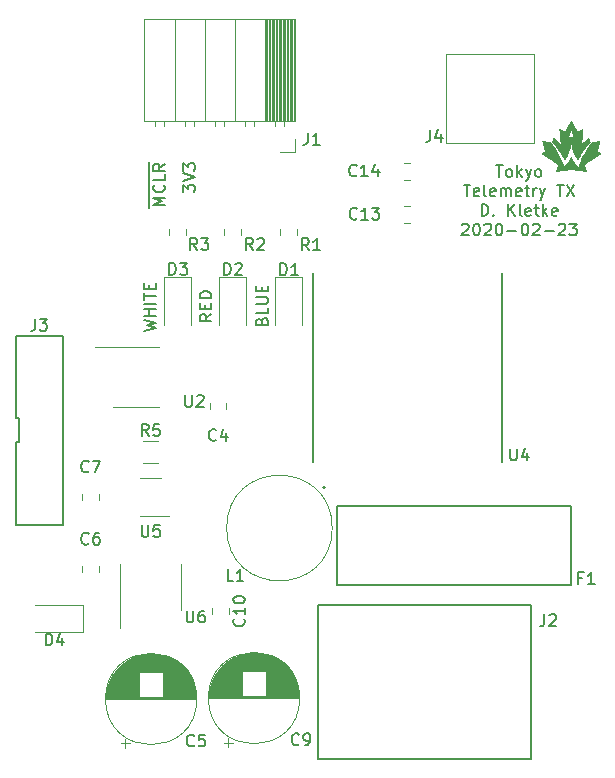
<source format=gto>
G04 #@! TF.GenerationSoftware,KiCad,Pcbnew,(5.0.0-3-g5ebb6b6)*
G04 #@! TF.CreationDate,2020-02-23T20:28:12-05:00*
G04 #@! TF.ProjectId,telemetry_transmitter,74656C656D657472795F7472616E736D,rev?*
G04 #@! TF.SameCoordinates,Original*
G04 #@! TF.FileFunction,Legend,Top*
G04 #@! TF.FilePolarity,Positive*
%FSLAX46Y46*%
G04 Gerber Fmt 4.6, Leading zero omitted, Abs format (unit mm)*
G04 Created by KiCad (PCBNEW (5.0.0-3-g5ebb6b6)) date Sunday, February 23, 2020 at 08:28:12 PM*
%MOMM*%
%LPD*%
G01*
G04 APERTURE LIST*
%ADD10C,0.150000*%
%ADD11C,0.010000*%
%ADD12C,0.120000*%
%ADD13C,0.200000*%
%ADD14C,0.127000*%
G04 APERTURE END LIST*
D10*
X156977009Y-72694780D02*
X157548438Y-72694780D01*
X157262723Y-73694780D02*
X157262723Y-72694780D01*
X158024628Y-73694780D02*
X157929390Y-73647161D01*
X157881771Y-73599542D01*
X157834152Y-73504304D01*
X157834152Y-73218590D01*
X157881771Y-73123352D01*
X157929390Y-73075733D01*
X158024628Y-73028114D01*
X158167485Y-73028114D01*
X158262723Y-73075733D01*
X158310342Y-73123352D01*
X158357961Y-73218590D01*
X158357961Y-73504304D01*
X158310342Y-73599542D01*
X158262723Y-73647161D01*
X158167485Y-73694780D01*
X158024628Y-73694780D01*
X158786533Y-73694780D02*
X158786533Y-72694780D01*
X158881771Y-73313828D02*
X159167485Y-73694780D01*
X159167485Y-73028114D02*
X158786533Y-73409066D01*
X159500819Y-73028114D02*
X159738914Y-73694780D01*
X159977009Y-73028114D02*
X159738914Y-73694780D01*
X159643676Y-73932876D01*
X159596057Y-73980495D01*
X159500819Y-74028114D01*
X160500819Y-73694780D02*
X160405580Y-73647161D01*
X160357961Y-73599542D01*
X160310342Y-73504304D01*
X160310342Y-73218590D01*
X160357961Y-73123352D01*
X160405580Y-73075733D01*
X160500819Y-73028114D01*
X160643676Y-73028114D01*
X160738914Y-73075733D01*
X160786533Y-73123352D01*
X160834152Y-73218590D01*
X160834152Y-73504304D01*
X160786533Y-73599542D01*
X160738914Y-73647161D01*
X160643676Y-73694780D01*
X160500819Y-73694780D01*
X154238914Y-74344780D02*
X154810342Y-74344780D01*
X154524628Y-75344780D02*
X154524628Y-74344780D01*
X155524628Y-75297161D02*
X155429390Y-75344780D01*
X155238914Y-75344780D01*
X155143676Y-75297161D01*
X155096057Y-75201923D01*
X155096057Y-74820971D01*
X155143676Y-74725733D01*
X155238914Y-74678114D01*
X155429390Y-74678114D01*
X155524628Y-74725733D01*
X155572247Y-74820971D01*
X155572247Y-74916209D01*
X155096057Y-75011447D01*
X156143676Y-75344780D02*
X156048438Y-75297161D01*
X156000819Y-75201923D01*
X156000819Y-74344780D01*
X156905580Y-75297161D02*
X156810342Y-75344780D01*
X156619866Y-75344780D01*
X156524628Y-75297161D01*
X156477009Y-75201923D01*
X156477009Y-74820971D01*
X156524628Y-74725733D01*
X156619866Y-74678114D01*
X156810342Y-74678114D01*
X156905580Y-74725733D01*
X156953200Y-74820971D01*
X156953200Y-74916209D01*
X156477009Y-75011447D01*
X157381771Y-75344780D02*
X157381771Y-74678114D01*
X157381771Y-74773352D02*
X157429390Y-74725733D01*
X157524628Y-74678114D01*
X157667485Y-74678114D01*
X157762723Y-74725733D01*
X157810342Y-74820971D01*
X157810342Y-75344780D01*
X157810342Y-74820971D02*
X157857961Y-74725733D01*
X157953200Y-74678114D01*
X158096057Y-74678114D01*
X158191295Y-74725733D01*
X158238914Y-74820971D01*
X158238914Y-75344780D01*
X159096057Y-75297161D02*
X159000819Y-75344780D01*
X158810342Y-75344780D01*
X158715104Y-75297161D01*
X158667485Y-75201923D01*
X158667485Y-74820971D01*
X158715104Y-74725733D01*
X158810342Y-74678114D01*
X159000819Y-74678114D01*
X159096057Y-74725733D01*
X159143676Y-74820971D01*
X159143676Y-74916209D01*
X158667485Y-75011447D01*
X159429390Y-74678114D02*
X159810342Y-74678114D01*
X159572247Y-74344780D02*
X159572247Y-75201923D01*
X159619866Y-75297161D01*
X159715104Y-75344780D01*
X159810342Y-75344780D01*
X160143676Y-75344780D02*
X160143676Y-74678114D01*
X160143676Y-74868590D02*
X160191295Y-74773352D01*
X160238914Y-74725733D01*
X160334152Y-74678114D01*
X160429390Y-74678114D01*
X160667485Y-74678114D02*
X160905580Y-75344780D01*
X161143676Y-74678114D02*
X160905580Y-75344780D01*
X160810342Y-75582876D01*
X160762723Y-75630495D01*
X160667485Y-75678114D01*
X162143676Y-74344780D02*
X162715104Y-74344780D01*
X162429390Y-75344780D02*
X162429390Y-74344780D01*
X162953200Y-74344780D02*
X163619866Y-75344780D01*
X163619866Y-74344780D02*
X162953200Y-75344780D01*
X155762723Y-76994780D02*
X155762723Y-75994780D01*
X156000819Y-75994780D01*
X156143676Y-76042400D01*
X156238914Y-76137638D01*
X156286533Y-76232876D01*
X156334152Y-76423352D01*
X156334152Y-76566209D01*
X156286533Y-76756685D01*
X156238914Y-76851923D01*
X156143676Y-76947161D01*
X156000819Y-76994780D01*
X155762723Y-76994780D01*
X156762723Y-76899542D02*
X156810342Y-76947161D01*
X156762723Y-76994780D01*
X156715104Y-76947161D01*
X156762723Y-76899542D01*
X156762723Y-76994780D01*
X158000819Y-76994780D02*
X158000819Y-75994780D01*
X158572247Y-76994780D02*
X158143676Y-76423352D01*
X158572247Y-75994780D02*
X158000819Y-76566209D01*
X159143676Y-76994780D02*
X159048438Y-76947161D01*
X159000819Y-76851923D01*
X159000819Y-75994780D01*
X159905580Y-76947161D02*
X159810342Y-76994780D01*
X159619866Y-76994780D01*
X159524628Y-76947161D01*
X159477009Y-76851923D01*
X159477009Y-76470971D01*
X159524628Y-76375733D01*
X159619866Y-76328114D01*
X159810342Y-76328114D01*
X159905580Y-76375733D01*
X159953200Y-76470971D01*
X159953200Y-76566209D01*
X159477009Y-76661447D01*
X160238914Y-76328114D02*
X160619866Y-76328114D01*
X160381771Y-75994780D02*
X160381771Y-76851923D01*
X160429390Y-76947161D01*
X160524628Y-76994780D01*
X160619866Y-76994780D01*
X160953200Y-76994780D02*
X160953200Y-75994780D01*
X161048438Y-76613828D02*
X161334152Y-76994780D01*
X161334152Y-76328114D02*
X160953200Y-76709066D01*
X162143676Y-76947161D02*
X162048438Y-76994780D01*
X161857961Y-76994780D01*
X161762723Y-76947161D01*
X161715104Y-76851923D01*
X161715104Y-76470971D01*
X161762723Y-76375733D01*
X161857961Y-76328114D01*
X162048438Y-76328114D01*
X162143676Y-76375733D01*
X162191295Y-76470971D01*
X162191295Y-76566209D01*
X161715104Y-76661447D01*
X154096057Y-77740019D02*
X154143676Y-77692400D01*
X154238914Y-77644780D01*
X154477009Y-77644780D01*
X154572247Y-77692400D01*
X154619866Y-77740019D01*
X154667485Y-77835257D01*
X154667485Y-77930495D01*
X154619866Y-78073352D01*
X154048438Y-78644780D01*
X154667485Y-78644780D01*
X155286533Y-77644780D02*
X155381771Y-77644780D01*
X155477009Y-77692400D01*
X155524628Y-77740019D01*
X155572247Y-77835257D01*
X155619866Y-78025733D01*
X155619866Y-78263828D01*
X155572247Y-78454304D01*
X155524628Y-78549542D01*
X155477009Y-78597161D01*
X155381771Y-78644780D01*
X155286533Y-78644780D01*
X155191295Y-78597161D01*
X155143676Y-78549542D01*
X155096057Y-78454304D01*
X155048438Y-78263828D01*
X155048438Y-78025733D01*
X155096057Y-77835257D01*
X155143676Y-77740019D01*
X155191295Y-77692400D01*
X155286533Y-77644780D01*
X156000819Y-77740019D02*
X156048438Y-77692400D01*
X156143676Y-77644780D01*
X156381771Y-77644780D01*
X156477009Y-77692400D01*
X156524628Y-77740019D01*
X156572247Y-77835257D01*
X156572247Y-77930495D01*
X156524628Y-78073352D01*
X155953200Y-78644780D01*
X156572247Y-78644780D01*
X157191295Y-77644780D02*
X157286533Y-77644780D01*
X157381771Y-77692400D01*
X157429390Y-77740019D01*
X157477009Y-77835257D01*
X157524628Y-78025733D01*
X157524628Y-78263828D01*
X157477009Y-78454304D01*
X157429390Y-78549542D01*
X157381771Y-78597161D01*
X157286533Y-78644780D01*
X157191295Y-78644780D01*
X157096057Y-78597161D01*
X157048438Y-78549542D01*
X157000819Y-78454304D01*
X156953200Y-78263828D01*
X156953200Y-78025733D01*
X157000819Y-77835257D01*
X157048438Y-77740019D01*
X157096057Y-77692400D01*
X157191295Y-77644780D01*
X157953200Y-78263828D02*
X158715104Y-78263828D01*
X159381771Y-77644780D02*
X159477009Y-77644780D01*
X159572247Y-77692400D01*
X159619866Y-77740019D01*
X159667485Y-77835257D01*
X159715104Y-78025733D01*
X159715104Y-78263828D01*
X159667485Y-78454304D01*
X159619866Y-78549542D01*
X159572247Y-78597161D01*
X159477009Y-78644780D01*
X159381771Y-78644780D01*
X159286533Y-78597161D01*
X159238914Y-78549542D01*
X159191295Y-78454304D01*
X159143676Y-78263828D01*
X159143676Y-78025733D01*
X159191295Y-77835257D01*
X159238914Y-77740019D01*
X159286533Y-77692400D01*
X159381771Y-77644780D01*
X160096057Y-77740019D02*
X160143676Y-77692400D01*
X160238914Y-77644780D01*
X160477009Y-77644780D01*
X160572247Y-77692400D01*
X160619866Y-77740019D01*
X160667485Y-77835257D01*
X160667485Y-77930495D01*
X160619866Y-78073352D01*
X160048438Y-78644780D01*
X160667485Y-78644780D01*
X161096057Y-78263828D02*
X161857961Y-78263828D01*
X162286533Y-77740019D02*
X162334152Y-77692400D01*
X162429390Y-77644780D01*
X162667485Y-77644780D01*
X162762723Y-77692400D01*
X162810342Y-77740019D01*
X162857961Y-77835257D01*
X162857961Y-77930495D01*
X162810342Y-78073352D01*
X162238914Y-78644780D01*
X162857961Y-78644780D01*
X163191295Y-77644780D02*
X163810342Y-77644780D01*
X163477009Y-78025733D01*
X163619866Y-78025733D01*
X163715104Y-78073352D01*
X163762723Y-78120971D01*
X163810342Y-78216209D01*
X163810342Y-78454304D01*
X163762723Y-78549542D01*
X163715104Y-78597161D01*
X163619866Y-78644780D01*
X163334152Y-78644780D01*
X163238914Y-78597161D01*
X163191295Y-78549542D01*
X130490980Y-74974295D02*
X130490980Y-74355247D01*
X130871933Y-74688580D01*
X130871933Y-74545723D01*
X130919552Y-74450485D01*
X130967171Y-74402866D01*
X131062409Y-74355247D01*
X131300504Y-74355247D01*
X131395742Y-74402866D01*
X131443361Y-74450485D01*
X131490980Y-74545723D01*
X131490980Y-74831438D01*
X131443361Y-74926676D01*
X131395742Y-74974295D01*
X130490980Y-74069533D02*
X131490980Y-73736200D01*
X130490980Y-73402866D01*
X130490980Y-73164771D02*
X130490980Y-72545723D01*
X130871933Y-72879057D01*
X130871933Y-72736200D01*
X130919552Y-72640961D01*
X130967171Y-72593342D01*
X131062409Y-72545723D01*
X131300504Y-72545723D01*
X131395742Y-72593342D01*
X131443361Y-72640961D01*
X131490980Y-72736200D01*
X131490980Y-73021914D01*
X131443361Y-73117152D01*
X131395742Y-73164771D01*
X127583600Y-76347390D02*
X127583600Y-75204533D01*
X128950980Y-76109295D02*
X127950980Y-76109295D01*
X128665266Y-75775961D01*
X127950980Y-75442628D01*
X128950980Y-75442628D01*
X127583600Y-75204533D02*
X127583600Y-74204533D01*
X128855742Y-74395009D02*
X128903361Y-74442628D01*
X128950980Y-74585485D01*
X128950980Y-74680723D01*
X128903361Y-74823580D01*
X128808123Y-74918819D01*
X128712885Y-74966438D01*
X128522409Y-75014057D01*
X128379552Y-75014057D01*
X128189076Y-74966438D01*
X128093838Y-74918819D01*
X127998600Y-74823580D01*
X127950980Y-74680723D01*
X127950980Y-74585485D01*
X127998600Y-74442628D01*
X128046219Y-74395009D01*
X127583600Y-74204533D02*
X127583600Y-73395009D01*
X128950980Y-73490247D02*
X128950980Y-73966438D01*
X127950980Y-73966438D01*
X127583600Y-73395009D02*
X127583600Y-72395009D01*
X128950980Y-72585485D02*
X128474790Y-72918819D01*
X128950980Y-73156914D02*
X127950980Y-73156914D01*
X127950980Y-72775961D01*
X127998600Y-72680723D01*
X128046219Y-72633104D01*
X128141457Y-72585485D01*
X128284314Y-72585485D01*
X128379552Y-72633104D01*
X128427171Y-72680723D01*
X128474790Y-72775961D01*
X128474790Y-73156914D01*
X137139371Y-85916923D02*
X137186990Y-85774066D01*
X137234609Y-85726447D01*
X137329847Y-85678828D01*
X137472704Y-85678828D01*
X137567942Y-85726447D01*
X137615561Y-85774066D01*
X137663180Y-85869304D01*
X137663180Y-86250257D01*
X136663180Y-86250257D01*
X136663180Y-85916923D01*
X136710800Y-85821685D01*
X136758419Y-85774066D01*
X136853657Y-85726447D01*
X136948895Y-85726447D01*
X137044133Y-85774066D01*
X137091752Y-85821685D01*
X137139371Y-85916923D01*
X137139371Y-86250257D01*
X137663180Y-84774066D02*
X137663180Y-85250257D01*
X136663180Y-85250257D01*
X136663180Y-84440733D02*
X137472704Y-84440733D01*
X137567942Y-84393114D01*
X137615561Y-84345495D01*
X137663180Y-84250257D01*
X137663180Y-84059780D01*
X137615561Y-83964542D01*
X137567942Y-83916923D01*
X137472704Y-83869304D01*
X136663180Y-83869304D01*
X137139371Y-83393114D02*
X137139371Y-83059780D01*
X137663180Y-82916923D02*
X137663180Y-83393114D01*
X136663180Y-83393114D01*
X136663180Y-82916923D01*
X132887980Y-85301057D02*
X132411790Y-85634390D01*
X132887980Y-85872485D02*
X131887980Y-85872485D01*
X131887980Y-85491533D01*
X131935600Y-85396295D01*
X131983219Y-85348676D01*
X132078457Y-85301057D01*
X132221314Y-85301057D01*
X132316552Y-85348676D01*
X132364171Y-85396295D01*
X132411790Y-85491533D01*
X132411790Y-85872485D01*
X132364171Y-84872485D02*
X132364171Y-84539152D01*
X132887980Y-84396295D02*
X132887980Y-84872485D01*
X131887980Y-84872485D01*
X131887980Y-84396295D01*
X132887980Y-83967723D02*
X131887980Y-83967723D01*
X131887980Y-83729628D01*
X131935600Y-83586771D01*
X132030838Y-83491533D01*
X132126076Y-83443914D01*
X132316552Y-83396295D01*
X132459409Y-83396295D01*
X132649885Y-83443914D01*
X132745123Y-83491533D01*
X132840361Y-83586771D01*
X132887980Y-83729628D01*
X132887980Y-83967723D01*
X127163580Y-86707409D02*
X128163580Y-86469314D01*
X127449295Y-86278838D01*
X128163580Y-86088361D01*
X127163580Y-85850266D01*
X128163580Y-85469314D02*
X127163580Y-85469314D01*
X127639771Y-85469314D02*
X127639771Y-84897885D01*
X128163580Y-84897885D02*
X127163580Y-84897885D01*
X128163580Y-84421695D02*
X127163580Y-84421695D01*
X127163580Y-84088361D02*
X127163580Y-83516933D01*
X128163580Y-83802647D02*
X127163580Y-83802647D01*
X127639771Y-83183600D02*
X127639771Y-82850266D01*
X128163580Y-82707409D02*
X128163580Y-83183600D01*
X127163580Y-83183600D01*
X127163580Y-82707409D01*
D11*
G04 #@! TO.C,G\002A\002A\002A*
G36*
X163329914Y-68967105D02*
X163340516Y-68984269D01*
X163356733Y-69011694D01*
X163378017Y-69048415D01*
X163403817Y-69093469D01*
X163433583Y-69145890D01*
X163466765Y-69204715D01*
X163502813Y-69268978D01*
X163541176Y-69337717D01*
X163574447Y-69397594D01*
X163614369Y-69469567D01*
X163652398Y-69538095D01*
X163687983Y-69602188D01*
X163720574Y-69660856D01*
X163749619Y-69713108D01*
X163774569Y-69757955D01*
X163794873Y-69794405D01*
X163809980Y-69821470D01*
X163819339Y-69838158D01*
X163822334Y-69843397D01*
X163826557Y-69844801D01*
X163836410Y-69843150D01*
X163852913Y-69838051D01*
X163877090Y-69829109D01*
X163909962Y-69815928D01*
X163952551Y-69798116D01*
X164005880Y-69775276D01*
X164062783Y-69750585D01*
X164116229Y-69727460D01*
X164165633Y-69706398D01*
X164209555Y-69687990D01*
X164246557Y-69672825D01*
X164275199Y-69661493D01*
X164294043Y-69654582D01*
X164301651Y-69652682D01*
X164301700Y-69652717D01*
X164301680Y-69660123D01*
X164300395Y-69680408D01*
X164297930Y-69712599D01*
X164294371Y-69755722D01*
X164289805Y-69808805D01*
X164284318Y-69870873D01*
X164277995Y-69940955D01*
X164270924Y-70018076D01*
X164263190Y-70101264D01*
X164254880Y-70189545D01*
X164246080Y-70281947D01*
X164244606Y-70297313D01*
X164235721Y-70390258D01*
X164227282Y-70479214D01*
X164219379Y-70563210D01*
X164212099Y-70641277D01*
X164205532Y-70712444D01*
X164199764Y-70775741D01*
X164194885Y-70830198D01*
X164190983Y-70874843D01*
X164188146Y-70908707D01*
X164186462Y-70930819D01*
X164186020Y-70940210D01*
X164186073Y-70940469D01*
X164191652Y-70936511D01*
X164206688Y-70924087D01*
X164230257Y-70904003D01*
X164261434Y-70877063D01*
X164299296Y-70844073D01*
X164342918Y-70805836D01*
X164391376Y-70763159D01*
X164443745Y-70716846D01*
X164490061Y-70675740D01*
X164545108Y-70626894D01*
X164597100Y-70580923D01*
X164645100Y-70538645D01*
X164688174Y-70500876D01*
X164725385Y-70468433D01*
X164755797Y-70442131D01*
X164778475Y-70422787D01*
X164792482Y-70411218D01*
X164796853Y-70408105D01*
X164798978Y-70409663D01*
X164802242Y-70415108D01*
X164807099Y-70425598D01*
X164814001Y-70442289D01*
X164823401Y-70466338D01*
X164835751Y-70498902D01*
X164851503Y-70541139D01*
X164871111Y-70594204D01*
X164893753Y-70655783D01*
X164914427Y-70712092D01*
X164855126Y-70780502D01*
X164778616Y-70871006D01*
X164698367Y-70970095D01*
X164615504Y-71076160D01*
X164531153Y-71187591D01*
X164446440Y-71302778D01*
X164362490Y-71420111D01*
X164280429Y-71537979D01*
X164201382Y-71654773D01*
X164126476Y-71768883D01*
X164056836Y-71878699D01*
X163993587Y-71982610D01*
X163937856Y-72079007D01*
X163904192Y-72140637D01*
X163866401Y-72211823D01*
X163843445Y-72178458D01*
X163799684Y-72110095D01*
X163754339Y-72030422D01*
X163708500Y-71941787D01*
X163663257Y-71846537D01*
X163619702Y-71747021D01*
X163578925Y-71645587D01*
X163542016Y-71544583D01*
X163523808Y-71490214D01*
X163490975Y-71383180D01*
X163458111Y-71265597D01*
X163426045Y-71140806D01*
X163395605Y-71012148D01*
X163367619Y-70882966D01*
X163345846Y-70772397D01*
X163326129Y-70666964D01*
X163290304Y-70845466D01*
X163250713Y-71031352D01*
X163209007Y-71204490D01*
X163164810Y-71365938D01*
X163117747Y-71516756D01*
X163067443Y-71658003D01*
X163013522Y-71790739D01*
X162955609Y-71916022D01*
X162893330Y-72034914D01*
X162832269Y-72138889D01*
X162815644Y-72165304D01*
X162801432Y-72187056D01*
X162791357Y-72201556D01*
X162787446Y-72206189D01*
X162782281Y-72201839D01*
X162772666Y-72187540D01*
X162760237Y-72165859D01*
X162752963Y-72152049D01*
X162712515Y-72076684D01*
X162663891Y-71992261D01*
X162608079Y-71900195D01*
X162546066Y-71801902D01*
X162478841Y-71698797D01*
X162407391Y-71592297D01*
X162332704Y-71483816D01*
X162255769Y-71374772D01*
X162177574Y-71266579D01*
X162099106Y-71160654D01*
X162021353Y-71058413D01*
X161945304Y-70961270D01*
X161871947Y-70870642D01*
X161802269Y-70787945D01*
X161795833Y-70780502D01*
X161736533Y-70712092D01*
X161757206Y-70655783D01*
X161780904Y-70591336D01*
X161800316Y-70538818D01*
X161815892Y-70497074D01*
X161828085Y-70464948D01*
X161837347Y-70441282D01*
X161844130Y-70424922D01*
X161848886Y-70414710D01*
X161852067Y-70409491D01*
X161854032Y-70408105D01*
X161860122Y-70412601D01*
X161875664Y-70425545D01*
X161899720Y-70446121D01*
X161931355Y-70473513D01*
X161969634Y-70506906D01*
X162013620Y-70545483D01*
X162062378Y-70588428D01*
X162114971Y-70634926D01*
X162160901Y-70675662D01*
X162215864Y-70724391D01*
X162267687Y-70770162D01*
X162315446Y-70812173D01*
X162358218Y-70849618D01*
X162395078Y-70881692D01*
X162425102Y-70907590D01*
X162447366Y-70926509D01*
X162460945Y-70937644D01*
X162464964Y-70940392D01*
X162464725Y-70933209D01*
X162463230Y-70913144D01*
X162460567Y-70881166D01*
X162456825Y-70838247D01*
X162452093Y-70785355D01*
X162446459Y-70723461D01*
X162440011Y-70653536D01*
X162432838Y-70576550D01*
X162425027Y-70493472D01*
X162416669Y-70405273D01*
X162415589Y-70393959D01*
X163072620Y-70393959D01*
X163075163Y-70394701D01*
X163085388Y-70387170D01*
X163101168Y-70372964D01*
X163103210Y-70371006D01*
X163127828Y-70350513D01*
X163158418Y-70329508D01*
X163186302Y-70313629D01*
X163248412Y-70290044D01*
X163311461Y-70279974D01*
X163374073Y-70283210D01*
X163434872Y-70299543D01*
X163492481Y-70328763D01*
X163542452Y-70367753D01*
X163560262Y-70383619D01*
X163572904Y-70393324D01*
X163578292Y-70395324D01*
X163578181Y-70394187D01*
X163575497Y-70385817D01*
X163569047Y-70365351D01*
X163559204Y-70333981D01*
X163546341Y-70292898D01*
X163530830Y-70243296D01*
X163513044Y-70186364D01*
X163493357Y-70123297D01*
X163472140Y-70055285D01*
X163450880Y-69987091D01*
X163428647Y-69915800D01*
X163407658Y-69848571D01*
X163388273Y-69786561D01*
X163370857Y-69730928D01*
X163355771Y-69682828D01*
X163343380Y-69643419D01*
X163334046Y-69613858D01*
X163328131Y-69595303D01*
X163326004Y-69588912D01*
X163323770Y-69595088D01*
X163317765Y-69613410D01*
X163308352Y-69642736D01*
X163295891Y-69681922D01*
X163280745Y-69729824D01*
X163263274Y-69785300D01*
X163243841Y-69847205D01*
X163222807Y-69914396D01*
X163200583Y-69985570D01*
X163178201Y-70057309D01*
X163156991Y-70125232D01*
X163137324Y-70188151D01*
X163119573Y-70244877D01*
X163104112Y-70294221D01*
X163091311Y-70334995D01*
X163081544Y-70366011D01*
X163075183Y-70386079D01*
X163072620Y-70393959D01*
X162415589Y-70393959D01*
X162407850Y-70312924D01*
X162406353Y-70297313D01*
X162397482Y-70204331D01*
X162389088Y-70115310D01*
X162381257Y-70031223D01*
X162374076Y-69953043D01*
X162367631Y-69881743D01*
X162362008Y-69818298D01*
X162357293Y-69763679D01*
X162353572Y-69718861D01*
X162350931Y-69684817D01*
X162349457Y-69662520D01*
X162349235Y-69652942D01*
X162349323Y-69652654D01*
X162356486Y-69654328D01*
X162374938Y-69661032D01*
X162403236Y-69672174D01*
X162439938Y-69687166D01*
X162483599Y-69705418D01*
X162532775Y-69726339D01*
X162586024Y-69749339D01*
X162587125Y-69749818D01*
X162640386Y-69772970D01*
X162689506Y-69794269D01*
X162733053Y-69813099D01*
X162769596Y-69828842D01*
X162797705Y-69840883D01*
X162815949Y-69848605D01*
X162822895Y-69851391D01*
X162822909Y-69851392D01*
X162826585Y-69845461D01*
X162836460Y-69828303D01*
X162852002Y-69800872D01*
X162872677Y-69764122D01*
X162897952Y-69719006D01*
X162927293Y-69666479D01*
X162960167Y-69607493D01*
X162996040Y-69543004D01*
X163034378Y-69473963D01*
X163071911Y-69406266D01*
X163112149Y-69333806D01*
X163150532Y-69265011D01*
X163186516Y-69200836D01*
X163219558Y-69142236D01*
X163249113Y-69090167D01*
X163274638Y-69045582D01*
X163295587Y-69009438D01*
X163311418Y-68982689D01*
X163321585Y-68966291D01*
X163325480Y-68961167D01*
X163329914Y-68967105D01*
X163329914Y-68967105D01*
G37*
X163329914Y-68967105D02*
X163340516Y-68984269D01*
X163356733Y-69011694D01*
X163378017Y-69048415D01*
X163403817Y-69093469D01*
X163433583Y-69145890D01*
X163466765Y-69204715D01*
X163502813Y-69268978D01*
X163541176Y-69337717D01*
X163574447Y-69397594D01*
X163614369Y-69469567D01*
X163652398Y-69538095D01*
X163687983Y-69602188D01*
X163720574Y-69660856D01*
X163749619Y-69713108D01*
X163774569Y-69757955D01*
X163794873Y-69794405D01*
X163809980Y-69821470D01*
X163819339Y-69838158D01*
X163822334Y-69843397D01*
X163826557Y-69844801D01*
X163836410Y-69843150D01*
X163852913Y-69838051D01*
X163877090Y-69829109D01*
X163909962Y-69815928D01*
X163952551Y-69798116D01*
X164005880Y-69775276D01*
X164062783Y-69750585D01*
X164116229Y-69727460D01*
X164165633Y-69706398D01*
X164209555Y-69687990D01*
X164246557Y-69672825D01*
X164275199Y-69661493D01*
X164294043Y-69654582D01*
X164301651Y-69652682D01*
X164301700Y-69652717D01*
X164301680Y-69660123D01*
X164300395Y-69680408D01*
X164297930Y-69712599D01*
X164294371Y-69755722D01*
X164289805Y-69808805D01*
X164284318Y-69870873D01*
X164277995Y-69940955D01*
X164270924Y-70018076D01*
X164263190Y-70101264D01*
X164254880Y-70189545D01*
X164246080Y-70281947D01*
X164244606Y-70297313D01*
X164235721Y-70390258D01*
X164227282Y-70479214D01*
X164219379Y-70563210D01*
X164212099Y-70641277D01*
X164205532Y-70712444D01*
X164199764Y-70775741D01*
X164194885Y-70830198D01*
X164190983Y-70874843D01*
X164188146Y-70908707D01*
X164186462Y-70930819D01*
X164186020Y-70940210D01*
X164186073Y-70940469D01*
X164191652Y-70936511D01*
X164206688Y-70924087D01*
X164230257Y-70904003D01*
X164261434Y-70877063D01*
X164299296Y-70844073D01*
X164342918Y-70805836D01*
X164391376Y-70763159D01*
X164443745Y-70716846D01*
X164490061Y-70675740D01*
X164545108Y-70626894D01*
X164597100Y-70580923D01*
X164645100Y-70538645D01*
X164688174Y-70500876D01*
X164725385Y-70468433D01*
X164755797Y-70442131D01*
X164778475Y-70422787D01*
X164792482Y-70411218D01*
X164796853Y-70408105D01*
X164798978Y-70409663D01*
X164802242Y-70415108D01*
X164807099Y-70425598D01*
X164814001Y-70442289D01*
X164823401Y-70466338D01*
X164835751Y-70498902D01*
X164851503Y-70541139D01*
X164871111Y-70594204D01*
X164893753Y-70655783D01*
X164914427Y-70712092D01*
X164855126Y-70780502D01*
X164778616Y-70871006D01*
X164698367Y-70970095D01*
X164615504Y-71076160D01*
X164531153Y-71187591D01*
X164446440Y-71302778D01*
X164362490Y-71420111D01*
X164280429Y-71537979D01*
X164201382Y-71654773D01*
X164126476Y-71768883D01*
X164056836Y-71878699D01*
X163993587Y-71982610D01*
X163937856Y-72079007D01*
X163904192Y-72140637D01*
X163866401Y-72211823D01*
X163843445Y-72178458D01*
X163799684Y-72110095D01*
X163754339Y-72030422D01*
X163708500Y-71941787D01*
X163663257Y-71846537D01*
X163619702Y-71747021D01*
X163578925Y-71645587D01*
X163542016Y-71544583D01*
X163523808Y-71490214D01*
X163490975Y-71383180D01*
X163458111Y-71265597D01*
X163426045Y-71140806D01*
X163395605Y-71012148D01*
X163367619Y-70882966D01*
X163345846Y-70772397D01*
X163326129Y-70666964D01*
X163290304Y-70845466D01*
X163250713Y-71031352D01*
X163209007Y-71204490D01*
X163164810Y-71365938D01*
X163117747Y-71516756D01*
X163067443Y-71658003D01*
X163013522Y-71790739D01*
X162955609Y-71916022D01*
X162893330Y-72034914D01*
X162832269Y-72138889D01*
X162815644Y-72165304D01*
X162801432Y-72187056D01*
X162791357Y-72201556D01*
X162787446Y-72206189D01*
X162782281Y-72201839D01*
X162772666Y-72187540D01*
X162760237Y-72165859D01*
X162752963Y-72152049D01*
X162712515Y-72076684D01*
X162663891Y-71992261D01*
X162608079Y-71900195D01*
X162546066Y-71801902D01*
X162478841Y-71698797D01*
X162407391Y-71592297D01*
X162332704Y-71483816D01*
X162255769Y-71374772D01*
X162177574Y-71266579D01*
X162099106Y-71160654D01*
X162021353Y-71058413D01*
X161945304Y-70961270D01*
X161871947Y-70870642D01*
X161802269Y-70787945D01*
X161795833Y-70780502D01*
X161736533Y-70712092D01*
X161757206Y-70655783D01*
X161780904Y-70591336D01*
X161800316Y-70538818D01*
X161815892Y-70497074D01*
X161828085Y-70464948D01*
X161837347Y-70441282D01*
X161844130Y-70424922D01*
X161848886Y-70414710D01*
X161852067Y-70409491D01*
X161854032Y-70408105D01*
X161860122Y-70412601D01*
X161875664Y-70425545D01*
X161899720Y-70446121D01*
X161931355Y-70473513D01*
X161969634Y-70506906D01*
X162013620Y-70545483D01*
X162062378Y-70588428D01*
X162114971Y-70634926D01*
X162160901Y-70675662D01*
X162215864Y-70724391D01*
X162267687Y-70770162D01*
X162315446Y-70812173D01*
X162358218Y-70849618D01*
X162395078Y-70881692D01*
X162425102Y-70907590D01*
X162447366Y-70926509D01*
X162460945Y-70937644D01*
X162464964Y-70940392D01*
X162464725Y-70933209D01*
X162463230Y-70913144D01*
X162460567Y-70881166D01*
X162456825Y-70838247D01*
X162452093Y-70785355D01*
X162446459Y-70723461D01*
X162440011Y-70653536D01*
X162432838Y-70576550D01*
X162425027Y-70493472D01*
X162416669Y-70405273D01*
X162415589Y-70393959D01*
X163072620Y-70393959D01*
X163075163Y-70394701D01*
X163085388Y-70387170D01*
X163101168Y-70372964D01*
X163103210Y-70371006D01*
X163127828Y-70350513D01*
X163158418Y-70329508D01*
X163186302Y-70313629D01*
X163248412Y-70290044D01*
X163311461Y-70279974D01*
X163374073Y-70283210D01*
X163434872Y-70299543D01*
X163492481Y-70328763D01*
X163542452Y-70367753D01*
X163560262Y-70383619D01*
X163572904Y-70393324D01*
X163578292Y-70395324D01*
X163578181Y-70394187D01*
X163575497Y-70385817D01*
X163569047Y-70365351D01*
X163559204Y-70333981D01*
X163546341Y-70292898D01*
X163530830Y-70243296D01*
X163513044Y-70186364D01*
X163493357Y-70123297D01*
X163472140Y-70055285D01*
X163450880Y-69987091D01*
X163428647Y-69915800D01*
X163407658Y-69848571D01*
X163388273Y-69786561D01*
X163370857Y-69730928D01*
X163355771Y-69682828D01*
X163343380Y-69643419D01*
X163334046Y-69613858D01*
X163328131Y-69595303D01*
X163326004Y-69588912D01*
X163323770Y-69595088D01*
X163317765Y-69613410D01*
X163308352Y-69642736D01*
X163295891Y-69681922D01*
X163280745Y-69729824D01*
X163263274Y-69785300D01*
X163243841Y-69847205D01*
X163222807Y-69914396D01*
X163200583Y-69985570D01*
X163178201Y-70057309D01*
X163156991Y-70125232D01*
X163137324Y-70188151D01*
X163119573Y-70244877D01*
X163104112Y-70294221D01*
X163091311Y-70334995D01*
X163081544Y-70366011D01*
X163075183Y-70386079D01*
X163072620Y-70393959D01*
X162415589Y-70393959D01*
X162407850Y-70312924D01*
X162406353Y-70297313D01*
X162397482Y-70204331D01*
X162389088Y-70115310D01*
X162381257Y-70031223D01*
X162374076Y-69953043D01*
X162367631Y-69881743D01*
X162362008Y-69818298D01*
X162357293Y-69763679D01*
X162353572Y-69718861D01*
X162350931Y-69684817D01*
X162349457Y-69662520D01*
X162349235Y-69652942D01*
X162349323Y-69652654D01*
X162356486Y-69654328D01*
X162374938Y-69661032D01*
X162403236Y-69672174D01*
X162439938Y-69687166D01*
X162483599Y-69705418D01*
X162532775Y-69726339D01*
X162586024Y-69749339D01*
X162587125Y-69749818D01*
X162640386Y-69772970D01*
X162689506Y-69794269D01*
X162733053Y-69813099D01*
X162769596Y-69828842D01*
X162797705Y-69840883D01*
X162815949Y-69848605D01*
X162822895Y-69851391D01*
X162822909Y-69851392D01*
X162826585Y-69845461D01*
X162836460Y-69828303D01*
X162852002Y-69800872D01*
X162872677Y-69764122D01*
X162897952Y-69719006D01*
X162927293Y-69666479D01*
X162960167Y-69607493D01*
X162996040Y-69543004D01*
X163034378Y-69473963D01*
X163071911Y-69406266D01*
X163112149Y-69333806D01*
X163150532Y-69265011D01*
X163186516Y-69200836D01*
X163219558Y-69142236D01*
X163249113Y-69090167D01*
X163274638Y-69045582D01*
X163295587Y-69009438D01*
X163311418Y-68982689D01*
X163321585Y-68966291D01*
X163325480Y-68961167D01*
X163329914Y-68967105D01*
G36*
X160922697Y-70663170D02*
X160942033Y-70666600D01*
X160972352Y-70672230D01*
X161012319Y-70679805D01*
X161060599Y-70689071D01*
X161115859Y-70699772D01*
X161176762Y-70711655D01*
X161241976Y-70724463D01*
X161243094Y-70724684D01*
X161323677Y-70740674D01*
X161391475Y-70754382D01*
X161447396Y-70766015D01*
X161492348Y-70775780D01*
X161527239Y-70783883D01*
X161552978Y-70790530D01*
X161570474Y-70795929D01*
X161580633Y-70800285D01*
X161583102Y-70802004D01*
X161595574Y-70815427D01*
X161614726Y-70838856D01*
X161639447Y-70870766D01*
X161668624Y-70909633D01*
X161701144Y-70953932D01*
X161735896Y-71002137D01*
X161771767Y-71052724D01*
X161807644Y-71104169D01*
X161842415Y-71154945D01*
X161864273Y-71187434D01*
X161967542Y-71346534D01*
X162068719Y-71510976D01*
X162166654Y-71678629D01*
X162260199Y-71847363D01*
X162348202Y-72015047D01*
X162429513Y-72179552D01*
X162502984Y-72338746D01*
X162566782Y-72488817D01*
X162582866Y-72529830D01*
X162600350Y-72576638D01*
X162618411Y-72626818D01*
X162636230Y-72677949D01*
X162652987Y-72727609D01*
X162667860Y-72773376D01*
X162680030Y-72812829D01*
X162688676Y-72843546D01*
X162692389Y-72859572D01*
X162696647Y-72876215D01*
X162701120Y-72885045D01*
X162702077Y-72885474D01*
X162708754Y-72880434D01*
X162723072Y-72866342D01*
X162743646Y-72844741D01*
X162769088Y-72817173D01*
X162798016Y-72785181D01*
X162829042Y-72750308D01*
X162860782Y-72714097D01*
X162891851Y-72678089D01*
X162920864Y-72643828D01*
X162942049Y-72618240D01*
X163006931Y-72536340D01*
X163066680Y-72455323D01*
X163123417Y-72372012D01*
X163179268Y-72283235D01*
X163236354Y-72185815D01*
X163262812Y-72138671D01*
X163282513Y-72103957D01*
X163300166Y-72074366D01*
X163314620Y-72051705D01*
X163324728Y-72037779D01*
X163329259Y-72034288D01*
X163334526Y-72042346D01*
X163344843Y-72060048D01*
X163358705Y-72084756D01*
X163374178Y-72113036D01*
X163451089Y-72248916D01*
X163529247Y-72374010D01*
X163610710Y-72491425D01*
X163697537Y-72604270D01*
X163708337Y-72617557D01*
X163734781Y-72649411D01*
X163764384Y-72684240D01*
X163795767Y-72720506D01*
X163827545Y-72756668D01*
X163858339Y-72791189D01*
X163886766Y-72822529D01*
X163911445Y-72849148D01*
X163930992Y-72869509D01*
X163944028Y-72882072D01*
X163948883Y-72885474D01*
X163953129Y-72879381D01*
X163957610Y-72864269D01*
X163958571Y-72859572D01*
X163963986Y-72837126D01*
X163973549Y-72804100D01*
X163986440Y-72762917D01*
X164001838Y-72715999D01*
X164018924Y-72665767D01*
X164036876Y-72614643D01*
X164054873Y-72565049D01*
X164072097Y-72519406D01*
X164084178Y-72488817D01*
X164147492Y-72339901D01*
X164219659Y-72183461D01*
X164299518Y-72021642D01*
X164385912Y-71856590D01*
X164477683Y-71690451D01*
X164573672Y-71525371D01*
X164672722Y-71363496D01*
X164773675Y-71206972D01*
X164785995Y-71188451D01*
X164819378Y-71139022D01*
X164854611Y-71087894D01*
X164890585Y-71036589D01*
X164926188Y-70986630D01*
X164960312Y-70939539D01*
X164991845Y-70896839D01*
X165019678Y-70860054D01*
X165042700Y-70830704D01*
X165059802Y-70810314D01*
X165067553Y-70802279D01*
X165074906Y-70798311D01*
X165089791Y-70793266D01*
X165113057Y-70786952D01*
X165145552Y-70779177D01*
X165188124Y-70769747D01*
X165241624Y-70758471D01*
X165306898Y-70745155D01*
X165384795Y-70729607D01*
X165407561Y-70725108D01*
X165472866Y-70712264D01*
X165533884Y-70700337D01*
X165589281Y-70689582D01*
X165637724Y-70680255D01*
X165677878Y-70672612D01*
X165708409Y-70666908D01*
X165727985Y-70663398D01*
X165735271Y-70662337D01*
X165735282Y-70662343D01*
X165733871Y-70669043D01*
X165729357Y-70687846D01*
X165722092Y-70717371D01*
X165712424Y-70756239D01*
X165700704Y-70803069D01*
X165687282Y-70856482D01*
X165672509Y-70915097D01*
X165656733Y-70977534D01*
X165640307Y-71042414D01*
X165623579Y-71108355D01*
X165606899Y-71173979D01*
X165590619Y-71237904D01*
X165575087Y-71298751D01*
X165560655Y-71355140D01*
X165547672Y-71405691D01*
X165536488Y-71449023D01*
X165527454Y-71483757D01*
X165520920Y-71508512D01*
X165517235Y-71521908D01*
X165517076Y-71522441D01*
X165518765Y-71527741D01*
X165527068Y-71535798D01*
X165543059Y-71547316D01*
X165567815Y-71563004D01*
X165602413Y-71583566D01*
X165647929Y-71609711D01*
X165663465Y-71618517D01*
X165704695Y-71642040D01*
X165741584Y-71663485D01*
X165772494Y-71681866D01*
X165795786Y-71696197D01*
X165809821Y-71705494D01*
X165813288Y-71708600D01*
X165807575Y-71713011D01*
X165790909Y-71724547D01*
X165764003Y-71742738D01*
X165727567Y-71767113D01*
X165682312Y-71797204D01*
X165628950Y-71832540D01*
X165568192Y-71872652D01*
X165500749Y-71917070D01*
X165427332Y-71965325D01*
X165348653Y-72016946D01*
X165265423Y-72071464D01*
X165178352Y-72128410D01*
X165110519Y-72172715D01*
X165021009Y-72231202D01*
X164934800Y-72287641D01*
X164852605Y-72341560D01*
X164775136Y-72392488D01*
X164703103Y-72439952D01*
X164637218Y-72483482D01*
X164578194Y-72522607D01*
X164526741Y-72556854D01*
X164483572Y-72585751D01*
X164449398Y-72608829D01*
X164424930Y-72625614D01*
X164410881Y-72635636D01*
X164407609Y-72638433D01*
X164409617Y-72646385D01*
X164415405Y-72666148D01*
X164424527Y-72696273D01*
X164436537Y-72735309D01*
X164450987Y-72781809D01*
X164467430Y-72834323D01*
X164485421Y-72891400D01*
X164491899Y-72911867D01*
X164510187Y-72970042D01*
X164526891Y-73024058D01*
X164541588Y-73072484D01*
X164553858Y-73113891D01*
X164563279Y-73146849D01*
X164569428Y-73169926D01*
X164571885Y-73181694D01*
X164571790Y-73182881D01*
X164564366Y-73182737D01*
X164544111Y-73181017D01*
X164512012Y-73177831D01*
X164469052Y-73173290D01*
X164416217Y-73167505D01*
X164354491Y-73160585D01*
X164284861Y-73152641D01*
X164208309Y-73143784D01*
X164125823Y-73134124D01*
X164038386Y-73123771D01*
X163946983Y-73112837D01*
X163946365Y-73112762D01*
X163325480Y-73038104D01*
X162717318Y-73111406D01*
X162626521Y-73122327D01*
X162539459Y-73132757D01*
X162457154Y-73142574D01*
X162380628Y-73151660D01*
X162310902Y-73159894D01*
X162248997Y-73167156D01*
X162195935Y-73173326D01*
X162152738Y-73178285D01*
X162120427Y-73181912D01*
X162100024Y-73184088D01*
X162092756Y-73184707D01*
X162080157Y-73182619D01*
X162076356Y-73178932D01*
X162078394Y-73171238D01*
X162084208Y-73151734D01*
X162093348Y-73121869D01*
X162105364Y-73083094D01*
X162119806Y-73036858D01*
X162136223Y-72984612D01*
X162154167Y-72927805D01*
X162159863Y-72909831D01*
X162178193Y-72851844D01*
X162195129Y-72797904D01*
X162210221Y-72749473D01*
X162223018Y-72708014D01*
X162233070Y-72674988D01*
X162239926Y-72651858D01*
X162243135Y-72640087D01*
X162243320Y-72638990D01*
X162237599Y-72634301D01*
X162220923Y-72622495D01*
X162194004Y-72604044D01*
X162157553Y-72579420D01*
X162112283Y-72549094D01*
X162058903Y-72513540D01*
X161998127Y-72473228D01*
X161930665Y-72428633D01*
X161857229Y-72380225D01*
X161778530Y-72328476D01*
X161695281Y-72273860D01*
X161608192Y-72216848D01*
X161540471Y-72172595D01*
X161450975Y-72114118D01*
X161364781Y-72057716D01*
X161282602Y-72003858D01*
X161205148Y-71953014D01*
X161133130Y-71905654D01*
X161067259Y-71862247D01*
X161008246Y-71823264D01*
X160956803Y-71789172D01*
X160913641Y-71760444D01*
X160879471Y-71737546D01*
X160855003Y-71720951D01*
X160840950Y-71711126D01*
X160837672Y-71708480D01*
X160843476Y-71703756D01*
X160859797Y-71693237D01*
X160884995Y-71677907D01*
X160917432Y-71658750D01*
X160955468Y-71636749D01*
X160987494Y-71618517D01*
X161036408Y-71590606D01*
X161074089Y-71568484D01*
X161101613Y-71551443D01*
X161120057Y-71538778D01*
X161130497Y-71529782D01*
X161134010Y-71523748D01*
X161133884Y-71522441D01*
X161130416Y-71509924D01*
X161124074Y-71485946D01*
X161115207Y-71451887D01*
X161104165Y-71409128D01*
X161091299Y-71359049D01*
X161076959Y-71303029D01*
X161061495Y-71242450D01*
X161045256Y-71178692D01*
X161028593Y-71113134D01*
X161011857Y-71047157D01*
X160995396Y-70982141D01*
X160979562Y-70919467D01*
X160964705Y-70860514D01*
X160951173Y-70806663D01*
X160939319Y-70759294D01*
X160929491Y-70719788D01*
X160922040Y-70689524D01*
X160917315Y-70669882D01*
X160915668Y-70662244D01*
X160915677Y-70662194D01*
X160922697Y-70663170D01*
X160922697Y-70663170D01*
G37*
X160922697Y-70663170D02*
X160942033Y-70666600D01*
X160972352Y-70672230D01*
X161012319Y-70679805D01*
X161060599Y-70689071D01*
X161115859Y-70699772D01*
X161176762Y-70711655D01*
X161241976Y-70724463D01*
X161243094Y-70724684D01*
X161323677Y-70740674D01*
X161391475Y-70754382D01*
X161447396Y-70766015D01*
X161492348Y-70775780D01*
X161527239Y-70783883D01*
X161552978Y-70790530D01*
X161570474Y-70795929D01*
X161580633Y-70800285D01*
X161583102Y-70802004D01*
X161595574Y-70815427D01*
X161614726Y-70838856D01*
X161639447Y-70870766D01*
X161668624Y-70909633D01*
X161701144Y-70953932D01*
X161735896Y-71002137D01*
X161771767Y-71052724D01*
X161807644Y-71104169D01*
X161842415Y-71154945D01*
X161864273Y-71187434D01*
X161967542Y-71346534D01*
X162068719Y-71510976D01*
X162166654Y-71678629D01*
X162260199Y-71847363D01*
X162348202Y-72015047D01*
X162429513Y-72179552D01*
X162502984Y-72338746D01*
X162566782Y-72488817D01*
X162582866Y-72529830D01*
X162600350Y-72576638D01*
X162618411Y-72626818D01*
X162636230Y-72677949D01*
X162652987Y-72727609D01*
X162667860Y-72773376D01*
X162680030Y-72812829D01*
X162688676Y-72843546D01*
X162692389Y-72859572D01*
X162696647Y-72876215D01*
X162701120Y-72885045D01*
X162702077Y-72885474D01*
X162708754Y-72880434D01*
X162723072Y-72866342D01*
X162743646Y-72844741D01*
X162769088Y-72817173D01*
X162798016Y-72785181D01*
X162829042Y-72750308D01*
X162860782Y-72714097D01*
X162891851Y-72678089D01*
X162920864Y-72643828D01*
X162942049Y-72618240D01*
X163006931Y-72536340D01*
X163066680Y-72455323D01*
X163123417Y-72372012D01*
X163179268Y-72283235D01*
X163236354Y-72185815D01*
X163262812Y-72138671D01*
X163282513Y-72103957D01*
X163300166Y-72074366D01*
X163314620Y-72051705D01*
X163324728Y-72037779D01*
X163329259Y-72034288D01*
X163334526Y-72042346D01*
X163344843Y-72060048D01*
X163358705Y-72084756D01*
X163374178Y-72113036D01*
X163451089Y-72248916D01*
X163529247Y-72374010D01*
X163610710Y-72491425D01*
X163697537Y-72604270D01*
X163708337Y-72617557D01*
X163734781Y-72649411D01*
X163764384Y-72684240D01*
X163795767Y-72720506D01*
X163827545Y-72756668D01*
X163858339Y-72791189D01*
X163886766Y-72822529D01*
X163911445Y-72849148D01*
X163930992Y-72869509D01*
X163944028Y-72882072D01*
X163948883Y-72885474D01*
X163953129Y-72879381D01*
X163957610Y-72864269D01*
X163958571Y-72859572D01*
X163963986Y-72837126D01*
X163973549Y-72804100D01*
X163986440Y-72762917D01*
X164001838Y-72715999D01*
X164018924Y-72665767D01*
X164036876Y-72614643D01*
X164054873Y-72565049D01*
X164072097Y-72519406D01*
X164084178Y-72488817D01*
X164147492Y-72339901D01*
X164219659Y-72183461D01*
X164299518Y-72021642D01*
X164385912Y-71856590D01*
X164477683Y-71690451D01*
X164573672Y-71525371D01*
X164672722Y-71363496D01*
X164773675Y-71206972D01*
X164785995Y-71188451D01*
X164819378Y-71139022D01*
X164854611Y-71087894D01*
X164890585Y-71036589D01*
X164926188Y-70986630D01*
X164960312Y-70939539D01*
X164991845Y-70896839D01*
X165019678Y-70860054D01*
X165042700Y-70830704D01*
X165059802Y-70810314D01*
X165067553Y-70802279D01*
X165074906Y-70798311D01*
X165089791Y-70793266D01*
X165113057Y-70786952D01*
X165145552Y-70779177D01*
X165188124Y-70769747D01*
X165241624Y-70758471D01*
X165306898Y-70745155D01*
X165384795Y-70729607D01*
X165407561Y-70725108D01*
X165472866Y-70712264D01*
X165533884Y-70700337D01*
X165589281Y-70689582D01*
X165637724Y-70680255D01*
X165677878Y-70672612D01*
X165708409Y-70666908D01*
X165727985Y-70663398D01*
X165735271Y-70662337D01*
X165735282Y-70662343D01*
X165733871Y-70669043D01*
X165729357Y-70687846D01*
X165722092Y-70717371D01*
X165712424Y-70756239D01*
X165700704Y-70803069D01*
X165687282Y-70856482D01*
X165672509Y-70915097D01*
X165656733Y-70977534D01*
X165640307Y-71042414D01*
X165623579Y-71108355D01*
X165606899Y-71173979D01*
X165590619Y-71237904D01*
X165575087Y-71298751D01*
X165560655Y-71355140D01*
X165547672Y-71405691D01*
X165536488Y-71449023D01*
X165527454Y-71483757D01*
X165520920Y-71508512D01*
X165517235Y-71521908D01*
X165517076Y-71522441D01*
X165518765Y-71527741D01*
X165527068Y-71535798D01*
X165543059Y-71547316D01*
X165567815Y-71563004D01*
X165602413Y-71583566D01*
X165647929Y-71609711D01*
X165663465Y-71618517D01*
X165704695Y-71642040D01*
X165741584Y-71663485D01*
X165772494Y-71681866D01*
X165795786Y-71696197D01*
X165809821Y-71705494D01*
X165813288Y-71708600D01*
X165807575Y-71713011D01*
X165790909Y-71724547D01*
X165764003Y-71742738D01*
X165727567Y-71767113D01*
X165682312Y-71797204D01*
X165628950Y-71832540D01*
X165568192Y-71872652D01*
X165500749Y-71917070D01*
X165427332Y-71965325D01*
X165348653Y-72016946D01*
X165265423Y-72071464D01*
X165178352Y-72128410D01*
X165110519Y-72172715D01*
X165021009Y-72231202D01*
X164934800Y-72287641D01*
X164852605Y-72341560D01*
X164775136Y-72392488D01*
X164703103Y-72439952D01*
X164637218Y-72483482D01*
X164578194Y-72522607D01*
X164526741Y-72556854D01*
X164483572Y-72585751D01*
X164449398Y-72608829D01*
X164424930Y-72625614D01*
X164410881Y-72635636D01*
X164407609Y-72638433D01*
X164409617Y-72646385D01*
X164415405Y-72666148D01*
X164424527Y-72696273D01*
X164436537Y-72735309D01*
X164450987Y-72781809D01*
X164467430Y-72834323D01*
X164485421Y-72891400D01*
X164491899Y-72911867D01*
X164510187Y-72970042D01*
X164526891Y-73024058D01*
X164541588Y-73072484D01*
X164553858Y-73113891D01*
X164563279Y-73146849D01*
X164569428Y-73169926D01*
X164571885Y-73181694D01*
X164571790Y-73182881D01*
X164564366Y-73182737D01*
X164544111Y-73181017D01*
X164512012Y-73177831D01*
X164469052Y-73173290D01*
X164416217Y-73167505D01*
X164354491Y-73160585D01*
X164284861Y-73152641D01*
X164208309Y-73143784D01*
X164125823Y-73134124D01*
X164038386Y-73123771D01*
X163946983Y-73112837D01*
X163946365Y-73112762D01*
X163325480Y-73038104D01*
X162717318Y-73111406D01*
X162626521Y-73122327D01*
X162539459Y-73132757D01*
X162457154Y-73142574D01*
X162380628Y-73151660D01*
X162310902Y-73159894D01*
X162248997Y-73167156D01*
X162195935Y-73173326D01*
X162152738Y-73178285D01*
X162120427Y-73181912D01*
X162100024Y-73184088D01*
X162092756Y-73184707D01*
X162080157Y-73182619D01*
X162076356Y-73178932D01*
X162078394Y-73171238D01*
X162084208Y-73151734D01*
X162093348Y-73121869D01*
X162105364Y-73083094D01*
X162119806Y-73036858D01*
X162136223Y-72984612D01*
X162154167Y-72927805D01*
X162159863Y-72909831D01*
X162178193Y-72851844D01*
X162195129Y-72797904D01*
X162210221Y-72749473D01*
X162223018Y-72708014D01*
X162233070Y-72674988D01*
X162239926Y-72651858D01*
X162243135Y-72640087D01*
X162243320Y-72638990D01*
X162237599Y-72634301D01*
X162220923Y-72622495D01*
X162194004Y-72604044D01*
X162157553Y-72579420D01*
X162112283Y-72549094D01*
X162058903Y-72513540D01*
X161998127Y-72473228D01*
X161930665Y-72428633D01*
X161857229Y-72380225D01*
X161778530Y-72328476D01*
X161695281Y-72273860D01*
X161608192Y-72216848D01*
X161540471Y-72172595D01*
X161450975Y-72114118D01*
X161364781Y-72057716D01*
X161282602Y-72003858D01*
X161205148Y-71953014D01*
X161133130Y-71905654D01*
X161067259Y-71862247D01*
X161008246Y-71823264D01*
X160956803Y-71789172D01*
X160913641Y-71760444D01*
X160879471Y-71737546D01*
X160855003Y-71720951D01*
X160840950Y-71711126D01*
X160837672Y-71708480D01*
X160843476Y-71703756D01*
X160859797Y-71693237D01*
X160884995Y-71677907D01*
X160917432Y-71658750D01*
X160955468Y-71636749D01*
X160987494Y-71618517D01*
X161036408Y-71590606D01*
X161074089Y-71568484D01*
X161101613Y-71551443D01*
X161120057Y-71538778D01*
X161130497Y-71529782D01*
X161134010Y-71523748D01*
X161133884Y-71522441D01*
X161130416Y-71509924D01*
X161124074Y-71485946D01*
X161115207Y-71451887D01*
X161104165Y-71409128D01*
X161091299Y-71359049D01*
X161076959Y-71303029D01*
X161061495Y-71242450D01*
X161045256Y-71178692D01*
X161028593Y-71113134D01*
X161011857Y-71047157D01*
X160995396Y-70982141D01*
X160979562Y-70919467D01*
X160964705Y-70860514D01*
X160951173Y-70806663D01*
X160939319Y-70759294D01*
X160929491Y-70719788D01*
X160922040Y-70689524D01*
X160917315Y-70669882D01*
X160915668Y-70662244D01*
X160915677Y-70662194D01*
X160922697Y-70663170D01*
D12*
G04 #@! TO.C,J1*
X139988600Y-70459600D02*
X139988600Y-71569600D01*
X139988600Y-71569600D02*
X138658600Y-71569600D01*
X139988600Y-60369600D02*
X127168600Y-60369600D01*
X127168600Y-60369600D02*
X127168600Y-68999600D01*
X139988600Y-68999600D02*
X127168600Y-68999600D01*
X139988600Y-60369600D02*
X139988600Y-68999600D01*
X129768600Y-60369600D02*
X129768600Y-68999600D01*
X132308600Y-60369600D02*
X132308600Y-68999600D01*
X134848600Y-60369600D02*
X134848600Y-68999600D01*
X137388600Y-60369600D02*
X137388600Y-68999600D01*
X128138600Y-68999600D02*
X128138600Y-69409600D01*
X128858600Y-68999600D02*
X128858600Y-69409600D01*
X130678600Y-68999600D02*
X130678600Y-69409600D01*
X131398600Y-68999600D02*
X131398600Y-69409600D01*
X133218600Y-68999600D02*
X133218600Y-69409600D01*
X133938600Y-68999600D02*
X133938600Y-69409600D01*
X135758600Y-68999600D02*
X135758600Y-69409600D01*
X136478600Y-68999600D02*
X136478600Y-69409600D01*
X138298600Y-68999600D02*
X138298600Y-69349600D01*
X139018600Y-68999600D02*
X139018600Y-69349600D01*
X137506700Y-60369600D02*
X137506700Y-68999600D01*
X137624795Y-60369600D02*
X137624795Y-68999600D01*
X137742890Y-60369600D02*
X137742890Y-68999600D01*
X137860985Y-60369600D02*
X137860985Y-68999600D01*
X137979080Y-60369600D02*
X137979080Y-68999600D01*
X138097175Y-60369600D02*
X138097175Y-68999600D01*
X138215270Y-60369600D02*
X138215270Y-68999600D01*
X138333365Y-60369600D02*
X138333365Y-68999600D01*
X138451460Y-60369600D02*
X138451460Y-68999600D01*
X138569555Y-60369600D02*
X138569555Y-68999600D01*
X138687650Y-60369600D02*
X138687650Y-68999600D01*
X138805745Y-60369600D02*
X138805745Y-68999600D01*
X138923840Y-60369600D02*
X138923840Y-68999600D01*
X139041935Y-60369600D02*
X139041935Y-68999600D01*
X139160030Y-60369600D02*
X139160030Y-68999600D01*
X139278125Y-60369600D02*
X139278125Y-68999600D01*
X139396220Y-60369600D02*
X139396220Y-68999600D01*
X139514315Y-60369600D02*
X139514315Y-68999600D01*
X139632410Y-60369600D02*
X139632410Y-68999600D01*
X139750505Y-60369600D02*
X139750505Y-68999600D01*
X139868600Y-60369600D02*
X139868600Y-68999600D01*
G04 #@! TO.C,C5*
X125237400Y-121668611D02*
X125987400Y-121668611D01*
X125612400Y-122043611D02*
X125612400Y-121293611D01*
X127346400Y-114060400D02*
X128228400Y-114060400D01*
X127094400Y-114100400D02*
X128480400Y-114100400D01*
X126910400Y-114140400D02*
X128664400Y-114140400D01*
X126759400Y-114180400D02*
X128815400Y-114180400D01*
X126629400Y-114220400D02*
X128945400Y-114220400D01*
X126512400Y-114260400D02*
X129062400Y-114260400D01*
X126406400Y-114300400D02*
X129168400Y-114300400D01*
X126309400Y-114340400D02*
X129265400Y-114340400D01*
X126218400Y-114380400D02*
X129356400Y-114380400D01*
X126133400Y-114420400D02*
X129441400Y-114420400D01*
X126054400Y-114460400D02*
X129520400Y-114460400D01*
X125978400Y-114500400D02*
X129596400Y-114500400D01*
X125906400Y-114540400D02*
X129668400Y-114540400D01*
X125838400Y-114580400D02*
X129736400Y-114580400D01*
X125773400Y-114620400D02*
X129801400Y-114620400D01*
X125710400Y-114660400D02*
X129864400Y-114660400D01*
X125650400Y-114700400D02*
X129924400Y-114700400D01*
X125592400Y-114740400D02*
X129982400Y-114740400D01*
X125537400Y-114780400D02*
X130037400Y-114780400D01*
X125483400Y-114820400D02*
X130091400Y-114820400D01*
X125432400Y-114860400D02*
X130142400Y-114860400D01*
X125382400Y-114900400D02*
X130192400Y-114900400D01*
X125333400Y-114940400D02*
X130241400Y-114940400D01*
X125287400Y-114980400D02*
X130287400Y-114980400D01*
X125241400Y-115020400D02*
X130333400Y-115020400D01*
X125198400Y-115060400D02*
X130376400Y-115060400D01*
X125155400Y-115100400D02*
X130419400Y-115100400D01*
X125114400Y-115140400D02*
X130460400Y-115140400D01*
X125074400Y-115180400D02*
X130500400Y-115180400D01*
X125035400Y-115220400D02*
X130539400Y-115220400D01*
X124997400Y-115260400D02*
X130577400Y-115260400D01*
X124960400Y-115300400D02*
X130614400Y-115300400D01*
X124924400Y-115340400D02*
X130650400Y-115340400D01*
X124889400Y-115380400D02*
X130685400Y-115380400D01*
X124856400Y-115420400D02*
X130718400Y-115420400D01*
X124823400Y-115460400D02*
X130751400Y-115460400D01*
X124791400Y-115500400D02*
X130783400Y-115500400D01*
X124759400Y-115540400D02*
X130815400Y-115540400D01*
X124729400Y-115580400D02*
X130845400Y-115580400D01*
X128827400Y-115620400D02*
X130875400Y-115620400D01*
X124699400Y-115620400D02*
X126747400Y-115620400D01*
X128827400Y-115660400D02*
X130903400Y-115660400D01*
X124671400Y-115660400D02*
X126747400Y-115660400D01*
X128827400Y-115700400D02*
X130931400Y-115700400D01*
X124643400Y-115700400D02*
X126747400Y-115700400D01*
X128827400Y-115740400D02*
X130959400Y-115740400D01*
X124615400Y-115740400D02*
X126747400Y-115740400D01*
X128827400Y-115780400D02*
X130985400Y-115780400D01*
X124589400Y-115780400D02*
X126747400Y-115780400D01*
X128827400Y-115820400D02*
X131011400Y-115820400D01*
X124563400Y-115820400D02*
X126747400Y-115820400D01*
X128827400Y-115860400D02*
X131036400Y-115860400D01*
X124538400Y-115860400D02*
X126747400Y-115860400D01*
X128827400Y-115900400D02*
X131061400Y-115900400D01*
X124513400Y-115900400D02*
X126747400Y-115900400D01*
X128827400Y-115940400D02*
X131084400Y-115940400D01*
X124490400Y-115940400D02*
X126747400Y-115940400D01*
X128827400Y-115980400D02*
X131108400Y-115980400D01*
X124466400Y-115980400D02*
X126747400Y-115980400D01*
X128827400Y-116020400D02*
X131130400Y-116020400D01*
X124444400Y-116020400D02*
X126747400Y-116020400D01*
X128827400Y-116060400D02*
X131152400Y-116060400D01*
X124422400Y-116060400D02*
X126747400Y-116060400D01*
X128827400Y-116100400D02*
X131173400Y-116100400D01*
X124401400Y-116100400D02*
X126747400Y-116100400D01*
X128827400Y-116140400D02*
X131194400Y-116140400D01*
X124380400Y-116140400D02*
X126747400Y-116140400D01*
X128827400Y-116180400D02*
X131214400Y-116180400D01*
X124360400Y-116180400D02*
X126747400Y-116180400D01*
X128827400Y-116220400D02*
X131234400Y-116220400D01*
X124340400Y-116220400D02*
X126747400Y-116220400D01*
X128827400Y-116260400D02*
X131253400Y-116260400D01*
X124321400Y-116260400D02*
X126747400Y-116260400D01*
X128827400Y-116300400D02*
X131271400Y-116300400D01*
X124303400Y-116300400D02*
X126747400Y-116300400D01*
X128827400Y-116340400D02*
X131289400Y-116340400D01*
X124285400Y-116340400D02*
X126747400Y-116340400D01*
X128827400Y-116380400D02*
X131307400Y-116380400D01*
X124267400Y-116380400D02*
X126747400Y-116380400D01*
X128827400Y-116420400D02*
X131323400Y-116420400D01*
X124251400Y-116420400D02*
X126747400Y-116420400D01*
X128827400Y-116460400D02*
X131340400Y-116460400D01*
X124234400Y-116460400D02*
X126747400Y-116460400D01*
X128827400Y-116500400D02*
X131355400Y-116500400D01*
X124219400Y-116500400D02*
X126747400Y-116500400D01*
X128827400Y-116540400D02*
X131371400Y-116540400D01*
X124203400Y-116540400D02*
X126747400Y-116540400D01*
X128827400Y-116580400D02*
X131385400Y-116580400D01*
X124189400Y-116580400D02*
X126747400Y-116580400D01*
X128827400Y-116620400D02*
X131400400Y-116620400D01*
X124174400Y-116620400D02*
X126747400Y-116620400D01*
X128827400Y-116660400D02*
X131413400Y-116660400D01*
X124161400Y-116660400D02*
X126747400Y-116660400D01*
X128827400Y-116700400D02*
X131427400Y-116700400D01*
X124147400Y-116700400D02*
X126747400Y-116700400D01*
X128827400Y-116740400D02*
X131440400Y-116740400D01*
X124134400Y-116740400D02*
X126747400Y-116740400D01*
X128827400Y-116780400D02*
X131452400Y-116780400D01*
X124122400Y-116780400D02*
X126747400Y-116780400D01*
X128827400Y-116820400D02*
X131464400Y-116820400D01*
X124110400Y-116820400D02*
X126747400Y-116820400D01*
X128827400Y-116860400D02*
X131475400Y-116860400D01*
X124099400Y-116860400D02*
X126747400Y-116860400D01*
X128827400Y-116900400D02*
X131486400Y-116900400D01*
X124088400Y-116900400D02*
X126747400Y-116900400D01*
X128827400Y-116940400D02*
X131497400Y-116940400D01*
X124077400Y-116940400D02*
X126747400Y-116940400D01*
X128827400Y-116980400D02*
X131507400Y-116980400D01*
X124067400Y-116980400D02*
X126747400Y-116980400D01*
X128827400Y-117020400D02*
X131516400Y-117020400D01*
X124058400Y-117020400D02*
X126747400Y-117020400D01*
X128827400Y-117060400D02*
X131525400Y-117060400D01*
X124049400Y-117060400D02*
X126747400Y-117060400D01*
X128827400Y-117100400D02*
X131534400Y-117100400D01*
X124040400Y-117100400D02*
X126747400Y-117100400D01*
X128827400Y-117140400D02*
X131542400Y-117140400D01*
X124032400Y-117140400D02*
X126747400Y-117140400D01*
X128827400Y-117180400D02*
X131550400Y-117180400D01*
X124024400Y-117180400D02*
X126747400Y-117180400D01*
X128827400Y-117221400D02*
X131557400Y-117221400D01*
X124017400Y-117221400D02*
X126747400Y-117221400D01*
X128827400Y-117261400D02*
X131564400Y-117261400D01*
X124010400Y-117261400D02*
X126747400Y-117261400D01*
X128827400Y-117301400D02*
X131571400Y-117301400D01*
X124003400Y-117301400D02*
X126747400Y-117301400D01*
X128827400Y-117341400D02*
X131577400Y-117341400D01*
X123997400Y-117341400D02*
X126747400Y-117341400D01*
X128827400Y-117381400D02*
X131582400Y-117381400D01*
X123992400Y-117381400D02*
X126747400Y-117381400D01*
X128827400Y-117421400D02*
X131588400Y-117421400D01*
X123986400Y-117421400D02*
X126747400Y-117421400D01*
X128827400Y-117461400D02*
X131592400Y-117461400D01*
X123982400Y-117461400D02*
X126747400Y-117461400D01*
X128827400Y-117501400D02*
X131597400Y-117501400D01*
X123977400Y-117501400D02*
X126747400Y-117501400D01*
X128827400Y-117541400D02*
X131601400Y-117541400D01*
X123973400Y-117541400D02*
X126747400Y-117541400D01*
X128827400Y-117581400D02*
X131604400Y-117581400D01*
X123970400Y-117581400D02*
X126747400Y-117581400D01*
X128827400Y-117621400D02*
X131607400Y-117621400D01*
X123967400Y-117621400D02*
X126747400Y-117621400D01*
X128827400Y-117661400D02*
X131610400Y-117661400D01*
X123964400Y-117661400D02*
X126747400Y-117661400D01*
X123962400Y-117701400D02*
X131612400Y-117701400D01*
X123960400Y-117741400D02*
X131614400Y-117741400D01*
X123958400Y-117781400D02*
X131616400Y-117781400D01*
X123957400Y-117821400D02*
X131617400Y-117821400D01*
X123957400Y-117861400D02*
X131617400Y-117861400D01*
X123957400Y-117901400D02*
X131617400Y-117901400D01*
X131657400Y-117901400D02*
G75*
G03X131657400Y-117901400I-3870000J0D01*
G01*
D13*
G04 #@! TO.C,U4*
X142503600Y-99989800D02*
G75*
G03X142503600Y-99989800I-100000J0D01*
G01*
D14*
X141453600Y-97839800D02*
X141453600Y-81839800D01*
X157453600Y-97839800D02*
X157453600Y-81839800D01*
D12*
G04 #@! TO.C,L1*
X143117800Y-103428800D02*
G75*
G03X143117800Y-103428800I-4470000J0D01*
G01*
G04 #@! TO.C,J4*
X160239400Y-70831400D02*
X152739400Y-70831400D01*
X160239400Y-63331400D02*
X160239400Y-70831400D01*
X152739400Y-63331400D02*
X152739400Y-70831400D01*
X152739400Y-63331400D02*
X160239400Y-63331400D01*
G04 #@! TO.C,U6*
X125176600Y-108432600D02*
X125176600Y-111882600D01*
X125176600Y-108432600D02*
X125176600Y-106482600D01*
X130296600Y-108432600D02*
X130296600Y-110382600D01*
X130296600Y-108432600D02*
X130296600Y-106482600D01*
G04 #@! TO.C,U5*
X126836600Y-102422600D02*
X129286600Y-102422600D01*
X128636600Y-99202600D02*
X126836600Y-99202600D01*
G04 #@! TO.C,U2*
X126466600Y-88092600D02*
X123016600Y-88092600D01*
X126466600Y-88092600D02*
X128416600Y-88092600D01*
X126466600Y-93212600D02*
X124516600Y-93212600D01*
X126466600Y-93212600D02*
X128416600Y-93212600D01*
G04 #@! TO.C,R5*
X127134536Y-97912600D02*
X128338664Y-97912600D01*
X127134536Y-96092600D02*
X128338664Y-96092600D01*
G04 #@! TO.C,R3*
X130707200Y-78603852D02*
X130707200Y-78081348D01*
X129287200Y-78603852D02*
X129287200Y-78081348D01*
G04 #@! TO.C,R2*
X135406200Y-78594852D02*
X135406200Y-78072348D01*
X133986200Y-78594852D02*
X133986200Y-78072348D01*
G04 #@! TO.C,R1*
X140156000Y-78594852D02*
X140156000Y-78072348D01*
X138736000Y-78594852D02*
X138736000Y-78072348D01*
D10*
G04 #@! TO.C,J3*
X120303800Y-87148400D02*
X116303800Y-87148400D01*
X120303800Y-103148400D02*
X120303800Y-87148400D01*
X116303800Y-103148400D02*
X120303800Y-103148400D01*
X116303800Y-96148400D02*
X116303800Y-103148400D01*
X116603800Y-96148400D02*
X116303800Y-96148400D01*
X116603800Y-94148400D02*
X116603800Y-96148400D01*
X116303800Y-94148400D02*
X116603800Y-94148400D01*
X116303800Y-87148400D02*
X116303800Y-94148400D01*
G04 #@! TO.C,J2*
X159967000Y-122947400D02*
X159967000Y-109947400D01*
X141917000Y-109947400D02*
X159967000Y-109947400D01*
X141917000Y-122947400D02*
X141917000Y-109947400D01*
X159967000Y-122947400D02*
X141917000Y-122947400D01*
G04 #@! TO.C,F1*
X143541400Y-108287400D02*
X143541400Y-101567400D01*
X163341400Y-108287400D02*
X143541400Y-108287400D01*
X163341400Y-101567400D02*
X163341400Y-108287400D01*
X143541400Y-101567400D02*
X163341400Y-101567400D01*
D12*
G04 #@! TO.C,D4*
X122043200Y-109964600D02*
X117983200Y-109964600D01*
X122043200Y-112234600D02*
X122043200Y-109964600D01*
X117983200Y-112234600D02*
X122043200Y-112234600D01*
G04 #@! TO.C,D3*
X128862200Y-82198200D02*
X128862200Y-86258200D01*
X131132200Y-82198200D02*
X128862200Y-82198200D01*
X131132200Y-86258200D02*
X131132200Y-82198200D01*
G04 #@! TO.C,D2*
X133561200Y-82187100D02*
X133561200Y-86247100D01*
X135831200Y-82187100D02*
X133561200Y-82187100D01*
X135831200Y-86247100D02*
X135831200Y-82187100D01*
G04 #@! TO.C,D1*
X138311000Y-82198200D02*
X138311000Y-86258200D01*
X140581000Y-82198200D02*
X138311000Y-82198200D01*
X140581000Y-86258200D02*
X140581000Y-82198200D01*
G04 #@! TO.C,C14*
X149208748Y-73963600D02*
X149731252Y-73963600D01*
X149208748Y-72543600D02*
X149731252Y-72543600D01*
G04 #@! TO.C,C13*
X149217748Y-77570400D02*
X149740252Y-77570400D01*
X149217748Y-76150400D02*
X149740252Y-76150400D01*
G04 #@! TO.C,C10*
X132919400Y-110212348D02*
X132919400Y-110734852D01*
X134339400Y-110212348D02*
X134339400Y-110734852D01*
G04 #@! TO.C,C9*
X133949600Y-121592411D02*
X134699600Y-121592411D01*
X134324600Y-121967411D02*
X134324600Y-121217411D01*
X136058600Y-113984200D02*
X136940600Y-113984200D01*
X135806600Y-114024200D02*
X137192600Y-114024200D01*
X135622600Y-114064200D02*
X137376600Y-114064200D01*
X135471600Y-114104200D02*
X137527600Y-114104200D01*
X135341600Y-114144200D02*
X137657600Y-114144200D01*
X135224600Y-114184200D02*
X137774600Y-114184200D01*
X135118600Y-114224200D02*
X137880600Y-114224200D01*
X135021600Y-114264200D02*
X137977600Y-114264200D01*
X134930600Y-114304200D02*
X138068600Y-114304200D01*
X134845600Y-114344200D02*
X138153600Y-114344200D01*
X134766600Y-114384200D02*
X138232600Y-114384200D01*
X134690600Y-114424200D02*
X138308600Y-114424200D01*
X134618600Y-114464200D02*
X138380600Y-114464200D01*
X134550600Y-114504200D02*
X138448600Y-114504200D01*
X134485600Y-114544200D02*
X138513600Y-114544200D01*
X134422600Y-114584200D02*
X138576600Y-114584200D01*
X134362600Y-114624200D02*
X138636600Y-114624200D01*
X134304600Y-114664200D02*
X138694600Y-114664200D01*
X134249600Y-114704200D02*
X138749600Y-114704200D01*
X134195600Y-114744200D02*
X138803600Y-114744200D01*
X134144600Y-114784200D02*
X138854600Y-114784200D01*
X134094600Y-114824200D02*
X138904600Y-114824200D01*
X134045600Y-114864200D02*
X138953600Y-114864200D01*
X133999600Y-114904200D02*
X138999600Y-114904200D01*
X133953600Y-114944200D02*
X139045600Y-114944200D01*
X133910600Y-114984200D02*
X139088600Y-114984200D01*
X133867600Y-115024200D02*
X139131600Y-115024200D01*
X133826600Y-115064200D02*
X139172600Y-115064200D01*
X133786600Y-115104200D02*
X139212600Y-115104200D01*
X133747600Y-115144200D02*
X139251600Y-115144200D01*
X133709600Y-115184200D02*
X139289600Y-115184200D01*
X133672600Y-115224200D02*
X139326600Y-115224200D01*
X133636600Y-115264200D02*
X139362600Y-115264200D01*
X133601600Y-115304200D02*
X139397600Y-115304200D01*
X133568600Y-115344200D02*
X139430600Y-115344200D01*
X133535600Y-115384200D02*
X139463600Y-115384200D01*
X133503600Y-115424200D02*
X139495600Y-115424200D01*
X133471600Y-115464200D02*
X139527600Y-115464200D01*
X133441600Y-115504200D02*
X139557600Y-115504200D01*
X137539600Y-115544200D02*
X139587600Y-115544200D01*
X133411600Y-115544200D02*
X135459600Y-115544200D01*
X137539600Y-115584200D02*
X139615600Y-115584200D01*
X133383600Y-115584200D02*
X135459600Y-115584200D01*
X137539600Y-115624200D02*
X139643600Y-115624200D01*
X133355600Y-115624200D02*
X135459600Y-115624200D01*
X137539600Y-115664200D02*
X139671600Y-115664200D01*
X133327600Y-115664200D02*
X135459600Y-115664200D01*
X137539600Y-115704200D02*
X139697600Y-115704200D01*
X133301600Y-115704200D02*
X135459600Y-115704200D01*
X137539600Y-115744200D02*
X139723600Y-115744200D01*
X133275600Y-115744200D02*
X135459600Y-115744200D01*
X137539600Y-115784200D02*
X139748600Y-115784200D01*
X133250600Y-115784200D02*
X135459600Y-115784200D01*
X137539600Y-115824200D02*
X139773600Y-115824200D01*
X133225600Y-115824200D02*
X135459600Y-115824200D01*
X137539600Y-115864200D02*
X139796600Y-115864200D01*
X133202600Y-115864200D02*
X135459600Y-115864200D01*
X137539600Y-115904200D02*
X139820600Y-115904200D01*
X133178600Y-115904200D02*
X135459600Y-115904200D01*
X137539600Y-115944200D02*
X139842600Y-115944200D01*
X133156600Y-115944200D02*
X135459600Y-115944200D01*
X137539600Y-115984200D02*
X139864600Y-115984200D01*
X133134600Y-115984200D02*
X135459600Y-115984200D01*
X137539600Y-116024200D02*
X139885600Y-116024200D01*
X133113600Y-116024200D02*
X135459600Y-116024200D01*
X137539600Y-116064200D02*
X139906600Y-116064200D01*
X133092600Y-116064200D02*
X135459600Y-116064200D01*
X137539600Y-116104200D02*
X139926600Y-116104200D01*
X133072600Y-116104200D02*
X135459600Y-116104200D01*
X137539600Y-116144200D02*
X139946600Y-116144200D01*
X133052600Y-116144200D02*
X135459600Y-116144200D01*
X137539600Y-116184200D02*
X139965600Y-116184200D01*
X133033600Y-116184200D02*
X135459600Y-116184200D01*
X137539600Y-116224200D02*
X139983600Y-116224200D01*
X133015600Y-116224200D02*
X135459600Y-116224200D01*
X137539600Y-116264200D02*
X140001600Y-116264200D01*
X132997600Y-116264200D02*
X135459600Y-116264200D01*
X137539600Y-116304200D02*
X140019600Y-116304200D01*
X132979600Y-116304200D02*
X135459600Y-116304200D01*
X137539600Y-116344200D02*
X140035600Y-116344200D01*
X132963600Y-116344200D02*
X135459600Y-116344200D01*
X137539600Y-116384200D02*
X140052600Y-116384200D01*
X132946600Y-116384200D02*
X135459600Y-116384200D01*
X137539600Y-116424200D02*
X140067600Y-116424200D01*
X132931600Y-116424200D02*
X135459600Y-116424200D01*
X137539600Y-116464200D02*
X140083600Y-116464200D01*
X132915600Y-116464200D02*
X135459600Y-116464200D01*
X137539600Y-116504200D02*
X140097600Y-116504200D01*
X132901600Y-116504200D02*
X135459600Y-116504200D01*
X137539600Y-116544200D02*
X140112600Y-116544200D01*
X132886600Y-116544200D02*
X135459600Y-116544200D01*
X137539600Y-116584200D02*
X140125600Y-116584200D01*
X132873600Y-116584200D02*
X135459600Y-116584200D01*
X137539600Y-116624200D02*
X140139600Y-116624200D01*
X132859600Y-116624200D02*
X135459600Y-116624200D01*
X137539600Y-116664200D02*
X140152600Y-116664200D01*
X132846600Y-116664200D02*
X135459600Y-116664200D01*
X137539600Y-116704200D02*
X140164600Y-116704200D01*
X132834600Y-116704200D02*
X135459600Y-116704200D01*
X137539600Y-116744200D02*
X140176600Y-116744200D01*
X132822600Y-116744200D02*
X135459600Y-116744200D01*
X137539600Y-116784200D02*
X140187600Y-116784200D01*
X132811600Y-116784200D02*
X135459600Y-116784200D01*
X137539600Y-116824200D02*
X140198600Y-116824200D01*
X132800600Y-116824200D02*
X135459600Y-116824200D01*
X137539600Y-116864200D02*
X140209600Y-116864200D01*
X132789600Y-116864200D02*
X135459600Y-116864200D01*
X137539600Y-116904200D02*
X140219600Y-116904200D01*
X132779600Y-116904200D02*
X135459600Y-116904200D01*
X137539600Y-116944200D02*
X140228600Y-116944200D01*
X132770600Y-116944200D02*
X135459600Y-116944200D01*
X137539600Y-116984200D02*
X140237600Y-116984200D01*
X132761600Y-116984200D02*
X135459600Y-116984200D01*
X137539600Y-117024200D02*
X140246600Y-117024200D01*
X132752600Y-117024200D02*
X135459600Y-117024200D01*
X137539600Y-117064200D02*
X140254600Y-117064200D01*
X132744600Y-117064200D02*
X135459600Y-117064200D01*
X137539600Y-117104200D02*
X140262600Y-117104200D01*
X132736600Y-117104200D02*
X135459600Y-117104200D01*
X137539600Y-117145200D02*
X140269600Y-117145200D01*
X132729600Y-117145200D02*
X135459600Y-117145200D01*
X137539600Y-117185200D02*
X140276600Y-117185200D01*
X132722600Y-117185200D02*
X135459600Y-117185200D01*
X137539600Y-117225200D02*
X140283600Y-117225200D01*
X132715600Y-117225200D02*
X135459600Y-117225200D01*
X137539600Y-117265200D02*
X140289600Y-117265200D01*
X132709600Y-117265200D02*
X135459600Y-117265200D01*
X137539600Y-117305200D02*
X140294600Y-117305200D01*
X132704600Y-117305200D02*
X135459600Y-117305200D01*
X137539600Y-117345200D02*
X140300600Y-117345200D01*
X132698600Y-117345200D02*
X135459600Y-117345200D01*
X137539600Y-117385200D02*
X140304600Y-117385200D01*
X132694600Y-117385200D02*
X135459600Y-117385200D01*
X137539600Y-117425200D02*
X140309600Y-117425200D01*
X132689600Y-117425200D02*
X135459600Y-117425200D01*
X137539600Y-117465200D02*
X140313600Y-117465200D01*
X132685600Y-117465200D02*
X135459600Y-117465200D01*
X137539600Y-117505200D02*
X140316600Y-117505200D01*
X132682600Y-117505200D02*
X135459600Y-117505200D01*
X137539600Y-117545200D02*
X140319600Y-117545200D01*
X132679600Y-117545200D02*
X135459600Y-117545200D01*
X137539600Y-117585200D02*
X140322600Y-117585200D01*
X132676600Y-117585200D02*
X135459600Y-117585200D01*
X132674600Y-117625200D02*
X140324600Y-117625200D01*
X132672600Y-117665200D02*
X140326600Y-117665200D01*
X132670600Y-117705200D02*
X140328600Y-117705200D01*
X132669600Y-117745200D02*
X140329600Y-117745200D01*
X132669600Y-117785200D02*
X140329600Y-117785200D01*
X132669600Y-117825200D02*
X140329600Y-117825200D01*
X140369600Y-117825200D02*
G75*
G03X140369600Y-117825200I-3870000J0D01*
G01*
G04 #@! TO.C,C7*
X123366600Y-101073852D02*
X123366600Y-100551348D01*
X121946600Y-101073852D02*
X121946600Y-100551348D01*
G04 #@! TO.C,C6*
X121946600Y-106656348D02*
X121946600Y-107178852D01*
X123366600Y-106656348D02*
X123366600Y-107178852D01*
G04 #@! TO.C,C4*
X132741600Y-92804348D02*
X132741600Y-93326852D01*
X134161600Y-92804348D02*
X134161600Y-93326852D01*
G04 #@! TO.C,J1*
D10*
X141043066Y-69988180D02*
X141043066Y-70702466D01*
X140995447Y-70845323D01*
X140900209Y-70940561D01*
X140757352Y-70988180D01*
X140662114Y-70988180D01*
X142043066Y-70988180D02*
X141471638Y-70988180D01*
X141757352Y-70988180D02*
X141757352Y-69988180D01*
X141662114Y-70131038D01*
X141566876Y-70226276D01*
X141471638Y-70273895D01*
G04 #@! TO.C,C5*
X131430733Y-121819942D02*
X131383114Y-121867561D01*
X131240257Y-121915180D01*
X131145019Y-121915180D01*
X131002161Y-121867561D01*
X130906923Y-121772323D01*
X130859304Y-121677085D01*
X130811685Y-121486609D01*
X130811685Y-121343752D01*
X130859304Y-121153276D01*
X130906923Y-121058038D01*
X131002161Y-120962800D01*
X131145019Y-120915180D01*
X131240257Y-120915180D01*
X131383114Y-120962800D01*
X131430733Y-121010419D01*
X132335495Y-120915180D02*
X131859304Y-120915180D01*
X131811685Y-121391371D01*
X131859304Y-121343752D01*
X131954542Y-121296133D01*
X132192638Y-121296133D01*
X132287876Y-121343752D01*
X132335495Y-121391371D01*
X132383114Y-121486609D01*
X132383114Y-121724704D01*
X132335495Y-121819942D01*
X132287876Y-121867561D01*
X132192638Y-121915180D01*
X131954542Y-121915180D01*
X131859304Y-121867561D01*
X131811685Y-121819942D01*
G04 #@! TO.C,U4*
X158165895Y-96708980D02*
X158165895Y-97518504D01*
X158213514Y-97613742D01*
X158261133Y-97661361D01*
X158356371Y-97708980D01*
X158546847Y-97708980D01*
X158642085Y-97661361D01*
X158689704Y-97613742D01*
X158737323Y-97518504D01*
X158737323Y-96708980D01*
X159642085Y-97042314D02*
X159642085Y-97708980D01*
X159403990Y-96661361D02*
X159165895Y-97375647D01*
X159784942Y-97375647D01*
G04 #@! TO.C,L1*
X134732733Y-107919780D02*
X134256542Y-107919780D01*
X134256542Y-106919780D01*
X135589876Y-107919780D02*
X135018447Y-107919780D01*
X135304161Y-107919780D02*
X135304161Y-106919780D01*
X135208923Y-107062638D01*
X135113685Y-107157876D01*
X135018447Y-107205495D01*
G04 #@! TO.C,J4*
X151431666Y-69708780D02*
X151431666Y-70423066D01*
X151384047Y-70565923D01*
X151288809Y-70661161D01*
X151145952Y-70708780D01*
X151050714Y-70708780D01*
X152336428Y-70042114D02*
X152336428Y-70708780D01*
X152098333Y-69661161D02*
X151860238Y-70375447D01*
X152479285Y-70375447D01*
G04 #@! TO.C,U6*
X130784695Y-110424980D02*
X130784695Y-111234504D01*
X130832314Y-111329742D01*
X130879933Y-111377361D01*
X130975171Y-111424980D01*
X131165647Y-111424980D01*
X131260885Y-111377361D01*
X131308504Y-111329742D01*
X131356123Y-111234504D01*
X131356123Y-110424980D01*
X132260885Y-110424980D02*
X132070409Y-110424980D01*
X131975171Y-110472600D01*
X131927552Y-110520219D01*
X131832314Y-110663076D01*
X131784695Y-110853552D01*
X131784695Y-111234504D01*
X131832314Y-111329742D01*
X131879933Y-111377361D01*
X131975171Y-111424980D01*
X132165647Y-111424980D01*
X132260885Y-111377361D01*
X132308504Y-111329742D01*
X132356123Y-111234504D01*
X132356123Y-110996409D01*
X132308504Y-110901171D01*
X132260885Y-110853552D01*
X132165647Y-110805933D01*
X131975171Y-110805933D01*
X131879933Y-110853552D01*
X131832314Y-110901171D01*
X131784695Y-110996409D01*
G04 #@! TO.C,U5*
X126974695Y-103164980D02*
X126974695Y-103974504D01*
X127022314Y-104069742D01*
X127069933Y-104117361D01*
X127165171Y-104164980D01*
X127355647Y-104164980D01*
X127450885Y-104117361D01*
X127498504Y-104069742D01*
X127546123Y-103974504D01*
X127546123Y-103164980D01*
X128498504Y-103164980D02*
X128022314Y-103164980D01*
X127974695Y-103641171D01*
X128022314Y-103593552D01*
X128117552Y-103545933D01*
X128355647Y-103545933D01*
X128450885Y-103593552D01*
X128498504Y-103641171D01*
X128546123Y-103736409D01*
X128546123Y-103974504D01*
X128498504Y-104069742D01*
X128450885Y-104117361D01*
X128355647Y-104164980D01*
X128117552Y-104164980D01*
X128022314Y-104117361D01*
X127974695Y-104069742D01*
G04 #@! TO.C,U2*
X130657695Y-92162380D02*
X130657695Y-92971904D01*
X130705314Y-93067142D01*
X130752933Y-93114761D01*
X130848171Y-93162380D01*
X131038647Y-93162380D01*
X131133885Y-93114761D01*
X131181504Y-93067142D01*
X131229123Y-92971904D01*
X131229123Y-92162380D01*
X131657695Y-92257619D02*
X131705314Y-92210000D01*
X131800552Y-92162380D01*
X132038647Y-92162380D01*
X132133885Y-92210000D01*
X132181504Y-92257619D01*
X132229123Y-92352857D01*
X132229123Y-92448095D01*
X132181504Y-92590952D01*
X131610076Y-93162380D01*
X132229123Y-93162380D01*
G04 #@! TO.C,R5*
X127569933Y-95634980D02*
X127236600Y-95158790D01*
X126998504Y-95634980D02*
X126998504Y-94634980D01*
X127379457Y-94634980D01*
X127474695Y-94682600D01*
X127522314Y-94730219D01*
X127569933Y-94825457D01*
X127569933Y-94968314D01*
X127522314Y-95063552D01*
X127474695Y-95111171D01*
X127379457Y-95158790D01*
X126998504Y-95158790D01*
X128474695Y-94634980D02*
X127998504Y-94634980D01*
X127950885Y-95111171D01*
X127998504Y-95063552D01*
X128093742Y-95015933D01*
X128331838Y-95015933D01*
X128427076Y-95063552D01*
X128474695Y-95111171D01*
X128522314Y-95206409D01*
X128522314Y-95444504D01*
X128474695Y-95539742D01*
X128427076Y-95587361D01*
X128331838Y-95634980D01*
X128093742Y-95634980D01*
X127998504Y-95587361D01*
X127950885Y-95539742D01*
G04 #@! TO.C,R3*
X131684733Y-79878180D02*
X131351400Y-79401990D01*
X131113304Y-79878180D02*
X131113304Y-78878180D01*
X131494257Y-78878180D01*
X131589495Y-78925800D01*
X131637114Y-78973419D01*
X131684733Y-79068657D01*
X131684733Y-79211514D01*
X131637114Y-79306752D01*
X131589495Y-79354371D01*
X131494257Y-79401990D01*
X131113304Y-79401990D01*
X132018066Y-78878180D02*
X132637114Y-78878180D01*
X132303780Y-79259133D01*
X132446638Y-79259133D01*
X132541876Y-79306752D01*
X132589495Y-79354371D01*
X132637114Y-79449609D01*
X132637114Y-79687704D01*
X132589495Y-79782942D01*
X132541876Y-79830561D01*
X132446638Y-79878180D01*
X132160923Y-79878180D01*
X132065685Y-79830561D01*
X132018066Y-79782942D01*
G04 #@! TO.C,R2*
X136409133Y-79878180D02*
X136075800Y-79401990D01*
X135837704Y-79878180D02*
X135837704Y-78878180D01*
X136218657Y-78878180D01*
X136313895Y-78925800D01*
X136361514Y-78973419D01*
X136409133Y-79068657D01*
X136409133Y-79211514D01*
X136361514Y-79306752D01*
X136313895Y-79354371D01*
X136218657Y-79401990D01*
X135837704Y-79401990D01*
X136790085Y-78973419D02*
X136837704Y-78925800D01*
X136932942Y-78878180D01*
X137171038Y-78878180D01*
X137266276Y-78925800D01*
X137313895Y-78973419D01*
X137361514Y-79068657D01*
X137361514Y-79163895D01*
X137313895Y-79306752D01*
X136742466Y-79878180D01*
X137361514Y-79878180D01*
G04 #@! TO.C,R1*
X141133533Y-79903580D02*
X140800200Y-79427390D01*
X140562104Y-79903580D02*
X140562104Y-78903580D01*
X140943057Y-78903580D01*
X141038295Y-78951200D01*
X141085914Y-78998819D01*
X141133533Y-79094057D01*
X141133533Y-79236914D01*
X141085914Y-79332152D01*
X141038295Y-79379771D01*
X140943057Y-79427390D01*
X140562104Y-79427390D01*
X142085914Y-79903580D02*
X141514485Y-79903580D01*
X141800200Y-79903580D02*
X141800200Y-78903580D01*
X141704961Y-79046438D01*
X141609723Y-79141676D01*
X141514485Y-79189295D01*
G04 #@! TO.C,J3*
X117970466Y-85710780D02*
X117970466Y-86425066D01*
X117922847Y-86567923D01*
X117827609Y-86663161D01*
X117684752Y-86710780D01*
X117589514Y-86710780D01*
X118351419Y-85710780D02*
X118970466Y-85710780D01*
X118637133Y-86091733D01*
X118779990Y-86091733D01*
X118875228Y-86139352D01*
X118922847Y-86186971D01*
X118970466Y-86282209D01*
X118970466Y-86520304D01*
X118922847Y-86615542D01*
X118875228Y-86663161D01*
X118779990Y-86710780D01*
X118494276Y-86710780D01*
X118399038Y-86663161D01*
X118351419Y-86615542D01*
G04 #@! TO.C,J2*
X161083666Y-110729780D02*
X161083666Y-111444066D01*
X161036047Y-111586923D01*
X160940809Y-111682161D01*
X160797952Y-111729780D01*
X160702714Y-111729780D01*
X161512238Y-110825019D02*
X161559857Y-110777400D01*
X161655095Y-110729780D01*
X161893190Y-110729780D01*
X161988428Y-110777400D01*
X162036047Y-110825019D01*
X162083666Y-110920257D01*
X162083666Y-111015495D01*
X162036047Y-111158352D01*
X161464619Y-111729780D01*
X162083666Y-111729780D01*
G04 #@! TO.C,F1*
X164284066Y-107649971D02*
X163950733Y-107649971D01*
X163950733Y-108173780D02*
X163950733Y-107173780D01*
X164426923Y-107173780D01*
X165331685Y-108173780D02*
X164760257Y-108173780D01*
X165045971Y-108173780D02*
X165045971Y-107173780D01*
X164950733Y-107316638D01*
X164855495Y-107411876D01*
X164760257Y-107459495D01*
G04 #@! TO.C,D4*
X118845104Y-113371980D02*
X118845104Y-112371980D01*
X119083200Y-112371980D01*
X119226057Y-112419600D01*
X119321295Y-112514838D01*
X119368914Y-112610076D01*
X119416533Y-112800552D01*
X119416533Y-112943409D01*
X119368914Y-113133885D01*
X119321295Y-113229123D01*
X119226057Y-113324361D01*
X119083200Y-113371980D01*
X118845104Y-113371980D01*
X120273676Y-112705314D02*
X120273676Y-113371980D01*
X120035580Y-112324361D02*
X119797485Y-113038647D01*
X120416533Y-113038647D01*
G04 #@! TO.C,D3*
X129309904Y-81975280D02*
X129309904Y-80975280D01*
X129548000Y-80975280D01*
X129690857Y-81022900D01*
X129786095Y-81118138D01*
X129833714Y-81213376D01*
X129881333Y-81403852D01*
X129881333Y-81546709D01*
X129833714Y-81737185D01*
X129786095Y-81832423D01*
X129690857Y-81927661D01*
X129548000Y-81975280D01*
X129309904Y-81975280D01*
X130214666Y-80975280D02*
X130833714Y-80975280D01*
X130500380Y-81356233D01*
X130643238Y-81356233D01*
X130738476Y-81403852D01*
X130786095Y-81451471D01*
X130833714Y-81546709D01*
X130833714Y-81784804D01*
X130786095Y-81880042D01*
X130738476Y-81927661D01*
X130643238Y-81975280D01*
X130357523Y-81975280D01*
X130262285Y-81927661D01*
X130214666Y-81880042D01*
G04 #@! TO.C,D2*
X133958104Y-81986380D02*
X133958104Y-80986380D01*
X134196200Y-80986380D01*
X134339057Y-81034000D01*
X134434295Y-81129238D01*
X134481914Y-81224476D01*
X134529533Y-81414952D01*
X134529533Y-81557809D01*
X134481914Y-81748285D01*
X134434295Y-81843523D01*
X134339057Y-81938761D01*
X134196200Y-81986380D01*
X133958104Y-81986380D01*
X134910485Y-81081619D02*
X134958104Y-81034000D01*
X135053342Y-80986380D01*
X135291438Y-80986380D01*
X135386676Y-81034000D01*
X135434295Y-81081619D01*
X135481914Y-81176857D01*
X135481914Y-81272095D01*
X135434295Y-81414952D01*
X134862866Y-81986380D01*
X135481914Y-81986380D01*
G04 #@! TO.C,D1*
X138707904Y-82011780D02*
X138707904Y-81011780D01*
X138946000Y-81011780D01*
X139088857Y-81059400D01*
X139184095Y-81154638D01*
X139231714Y-81249876D01*
X139279333Y-81440352D01*
X139279333Y-81583209D01*
X139231714Y-81773685D01*
X139184095Y-81868923D01*
X139088857Y-81964161D01*
X138946000Y-82011780D01*
X138707904Y-82011780D01*
X140231714Y-82011780D02*
X139660285Y-82011780D01*
X139946000Y-82011780D02*
X139946000Y-81011780D01*
X139850761Y-81154638D01*
X139755523Y-81249876D01*
X139660285Y-81297495D01*
G04 #@! TO.C,C14*
X145178542Y-73559942D02*
X145130923Y-73607561D01*
X144988066Y-73655180D01*
X144892828Y-73655180D01*
X144749971Y-73607561D01*
X144654733Y-73512323D01*
X144607114Y-73417085D01*
X144559495Y-73226609D01*
X144559495Y-73083752D01*
X144607114Y-72893276D01*
X144654733Y-72798038D01*
X144749971Y-72702800D01*
X144892828Y-72655180D01*
X144988066Y-72655180D01*
X145130923Y-72702800D01*
X145178542Y-72750419D01*
X146130923Y-73655180D02*
X145559495Y-73655180D01*
X145845209Y-73655180D02*
X145845209Y-72655180D01*
X145749971Y-72798038D01*
X145654733Y-72893276D01*
X145559495Y-72940895D01*
X146988066Y-72988514D02*
X146988066Y-73655180D01*
X146749971Y-72607561D02*
X146511876Y-73321847D01*
X147130923Y-73321847D01*
G04 #@! TO.C,C13*
X145203942Y-77217542D02*
X145156323Y-77265161D01*
X145013466Y-77312780D01*
X144918228Y-77312780D01*
X144775371Y-77265161D01*
X144680133Y-77169923D01*
X144632514Y-77074685D01*
X144584895Y-76884209D01*
X144584895Y-76741352D01*
X144632514Y-76550876D01*
X144680133Y-76455638D01*
X144775371Y-76360400D01*
X144918228Y-76312780D01*
X145013466Y-76312780D01*
X145156323Y-76360400D01*
X145203942Y-76408019D01*
X146156323Y-77312780D02*
X145584895Y-77312780D01*
X145870609Y-77312780D02*
X145870609Y-76312780D01*
X145775371Y-76455638D01*
X145680133Y-76550876D01*
X145584895Y-76598495D01*
X146489657Y-76312780D02*
X147108704Y-76312780D01*
X146775371Y-76693733D01*
X146918228Y-76693733D01*
X147013466Y-76741352D01*
X147061085Y-76788971D01*
X147108704Y-76884209D01*
X147108704Y-77122304D01*
X147061085Y-77217542D01*
X147013466Y-77265161D01*
X146918228Y-77312780D01*
X146632514Y-77312780D01*
X146537276Y-77265161D01*
X146489657Y-77217542D01*
G04 #@! TO.C,C10*
X135636542Y-111116457D02*
X135684161Y-111164076D01*
X135731780Y-111306933D01*
X135731780Y-111402171D01*
X135684161Y-111545028D01*
X135588923Y-111640266D01*
X135493685Y-111687885D01*
X135303209Y-111735504D01*
X135160352Y-111735504D01*
X134969876Y-111687885D01*
X134874638Y-111640266D01*
X134779400Y-111545028D01*
X134731780Y-111402171D01*
X134731780Y-111306933D01*
X134779400Y-111164076D01*
X134827019Y-111116457D01*
X135731780Y-110164076D02*
X135731780Y-110735504D01*
X135731780Y-110449790D02*
X134731780Y-110449790D01*
X134874638Y-110545028D01*
X134969876Y-110640266D01*
X135017495Y-110735504D01*
X134731780Y-109545028D02*
X134731780Y-109449790D01*
X134779400Y-109354552D01*
X134827019Y-109306933D01*
X134922257Y-109259314D01*
X135112733Y-109211695D01*
X135350828Y-109211695D01*
X135541304Y-109259314D01*
X135636542Y-109306933D01*
X135684161Y-109354552D01*
X135731780Y-109449790D01*
X135731780Y-109545028D01*
X135684161Y-109640266D01*
X135636542Y-109687885D01*
X135541304Y-109735504D01*
X135350828Y-109783123D01*
X135112733Y-109783123D01*
X134922257Y-109735504D01*
X134827019Y-109687885D01*
X134779400Y-109640266D01*
X134731780Y-109545028D01*
G04 #@! TO.C,C9*
X140295333Y-121718342D02*
X140247714Y-121765961D01*
X140104857Y-121813580D01*
X140009619Y-121813580D01*
X139866761Y-121765961D01*
X139771523Y-121670723D01*
X139723904Y-121575485D01*
X139676285Y-121385009D01*
X139676285Y-121242152D01*
X139723904Y-121051676D01*
X139771523Y-120956438D01*
X139866761Y-120861200D01*
X140009619Y-120813580D01*
X140104857Y-120813580D01*
X140247714Y-120861200D01*
X140295333Y-120908819D01*
X140771523Y-121813580D02*
X140962000Y-121813580D01*
X141057238Y-121765961D01*
X141104857Y-121718342D01*
X141200095Y-121575485D01*
X141247714Y-121385009D01*
X141247714Y-121004057D01*
X141200095Y-120908819D01*
X141152476Y-120861200D01*
X141057238Y-120813580D01*
X140866761Y-120813580D01*
X140771523Y-120861200D01*
X140723904Y-120908819D01*
X140676285Y-121004057D01*
X140676285Y-121242152D01*
X140723904Y-121337390D01*
X140771523Y-121385009D01*
X140866761Y-121432628D01*
X141057238Y-121432628D01*
X141152476Y-121385009D01*
X141200095Y-121337390D01*
X141247714Y-121242152D01*
G04 #@! TO.C,C7*
X122489933Y-98629742D02*
X122442314Y-98677361D01*
X122299457Y-98724980D01*
X122204219Y-98724980D01*
X122061361Y-98677361D01*
X121966123Y-98582123D01*
X121918504Y-98486885D01*
X121870885Y-98296409D01*
X121870885Y-98153552D01*
X121918504Y-97963076D01*
X121966123Y-97867838D01*
X122061361Y-97772600D01*
X122204219Y-97724980D01*
X122299457Y-97724980D01*
X122442314Y-97772600D01*
X122489933Y-97820219D01*
X122823266Y-97724980D02*
X123489933Y-97724980D01*
X123061361Y-98724980D01*
G04 #@! TO.C,C6*
X122489933Y-104734742D02*
X122442314Y-104782361D01*
X122299457Y-104829980D01*
X122204219Y-104829980D01*
X122061361Y-104782361D01*
X121966123Y-104687123D01*
X121918504Y-104591885D01*
X121870885Y-104401409D01*
X121870885Y-104258552D01*
X121918504Y-104068076D01*
X121966123Y-103972838D01*
X122061361Y-103877600D01*
X122204219Y-103829980D01*
X122299457Y-103829980D01*
X122442314Y-103877600D01*
X122489933Y-103925219D01*
X123347076Y-103829980D02*
X123156600Y-103829980D01*
X123061361Y-103877600D01*
X123013742Y-103925219D01*
X122918504Y-104068076D01*
X122870885Y-104258552D01*
X122870885Y-104639504D01*
X122918504Y-104734742D01*
X122966123Y-104782361D01*
X123061361Y-104829980D01*
X123251838Y-104829980D01*
X123347076Y-104782361D01*
X123394695Y-104734742D01*
X123442314Y-104639504D01*
X123442314Y-104401409D01*
X123394695Y-104306171D01*
X123347076Y-104258552D01*
X123251838Y-104210933D01*
X123061361Y-104210933D01*
X122966123Y-104258552D01*
X122918504Y-104306171D01*
X122870885Y-104401409D01*
G04 #@! TO.C,C4*
X133284933Y-95962742D02*
X133237314Y-96010361D01*
X133094457Y-96057980D01*
X132999219Y-96057980D01*
X132856361Y-96010361D01*
X132761123Y-95915123D01*
X132713504Y-95819885D01*
X132665885Y-95629409D01*
X132665885Y-95486552D01*
X132713504Y-95296076D01*
X132761123Y-95200838D01*
X132856361Y-95105600D01*
X132999219Y-95057980D01*
X133094457Y-95057980D01*
X133237314Y-95105600D01*
X133284933Y-95153219D01*
X134142076Y-95391314D02*
X134142076Y-96057980D01*
X133903980Y-95010361D02*
X133665885Y-95724647D01*
X134284933Y-95724647D01*
G04 #@! TD*
M02*

</source>
